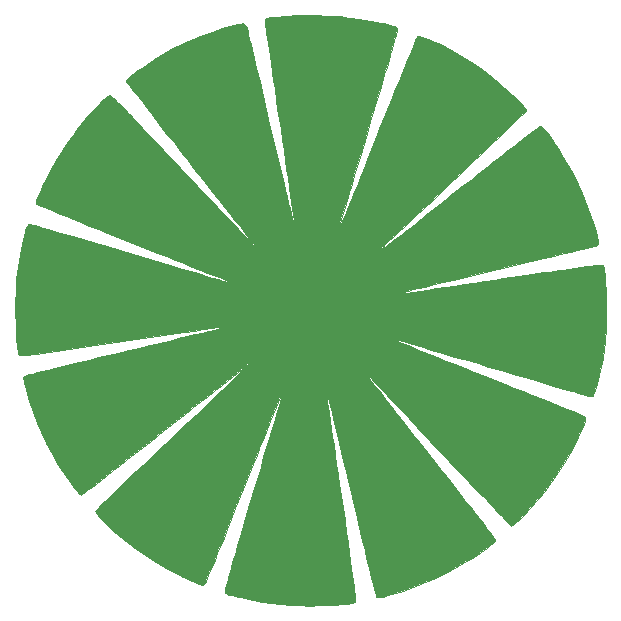
<source format=gbr>
%TF.GenerationSoftware,KiCad,Pcbnew,8.0.4+dfsg-1*%
%TF.CreationDate,2024-08-07T14:19:07+02:00*%
%TF.ProjectId,EMC_antenna,454d435f-616e-4746-956e-6e612e6b6963,rev?*%
%TF.SameCoordinates,Original*%
%TF.FileFunction,Copper,L1,Top*%
%TF.FilePolarity,Positive*%
%FSLAX46Y46*%
G04 Gerber Fmt 4.6, Leading zero omitted, Abs format (unit mm)*
G04 Created by KiCad (PCBNEW 8.0.4+dfsg-1) date 2024-08-07 14:19:07*
%MOMM*%
%LPD*%
G01*
G04 APERTURE LIST*
%TA.AperFunction,EtchedComponent*%
%ADD10C,0.000000*%
%TD*%
%TA.AperFunction,ComponentPad*%
%ADD11C,3.000000*%
%TD*%
%TA.AperFunction,SMDPad,CuDef*%
%ADD12C,3.000000*%
%TD*%
%TA.AperFunction,Profile*%
%ADD13C,0.100000*%
%TD*%
G04 APERTURE END LIST*
D10*
%TA.AperFunction,EtchedComponent*%
%TO.C,AE1*%
G36*
X146559079Y-65164900D02*
G01*
X147110839Y-65171830D01*
X147719939Y-65185930D01*
X148343429Y-65206030D01*
X148938349Y-65230920D01*
X149211669Y-65244800D01*
X149461729Y-65259420D01*
X149683169Y-65274650D01*
X149870609Y-65290330D01*
X151228309Y-65468780D01*
X152637969Y-65729550D01*
X152962009Y-65799920D01*
X153264949Y-65870330D01*
X153541949Y-65939740D01*
X153788119Y-66007120D01*
X153998609Y-66071470D01*
X154168539Y-66131740D01*
X154293059Y-66186930D01*
X154367279Y-66236000D01*
X154415079Y-66303740D01*
X154427629Y-66399560D01*
X154403719Y-66550060D01*
X154342119Y-66781830D01*
X154316199Y-66870350D01*
X154265829Y-67040840D01*
X154192319Y-67288810D01*
X154097029Y-67609770D01*
X153981269Y-67999260D01*
X153846389Y-68452780D01*
X153693709Y-68965850D01*
X153524579Y-69533990D01*
X153340329Y-70152730D01*
X153142299Y-70817570D01*
X152931809Y-71524030D01*
X152710199Y-72267640D01*
X152238969Y-73848360D01*
X151739269Y-75523870D01*
X151487329Y-76369040D01*
X151242679Y-77190740D01*
X151006589Y-77984720D01*
X150780319Y-78746700D01*
X150565119Y-79472430D01*
X150362249Y-80157640D01*
X150172959Y-80798060D01*
X149998519Y-81389420D01*
X149840179Y-81927470D01*
X149699189Y-82407940D01*
X149576809Y-82826560D01*
X149474309Y-83179070D01*
X149392929Y-83461200D01*
X149333929Y-83668690D01*
X149298569Y-83797270D01*
X149288099Y-83842680D01*
X149307849Y-83801390D01*
X149361109Y-83675590D01*
X149446179Y-83469580D01*
X149561309Y-83187660D01*
X149704779Y-82834140D01*
X149874859Y-82413320D01*
X150069819Y-81929500D01*
X150287939Y-81386980D01*
X150527489Y-80790070D01*
X150786729Y-80143070D01*
X151063939Y-79450280D01*
X151357399Y-78716010D01*
X151665359Y-77944560D01*
X151986119Y-77140230D01*
X152317919Y-76307320D01*
X152659059Y-75450140D01*
X153000609Y-74592400D01*
X153333639Y-73757830D01*
X153656369Y-72950810D01*
X153967039Y-72175680D01*
X154263869Y-71436810D01*
X154545089Y-70738550D01*
X154808949Y-70085270D01*
X155053659Y-69481320D01*
X155277469Y-68931060D01*
X155478589Y-68438850D01*
X155655259Y-68009050D01*
X155805709Y-67646010D01*
X155928179Y-67354100D01*
X156020879Y-67137680D01*
X156082059Y-67001100D01*
X156109949Y-66948720D01*
X156183269Y-66925510D01*
X156308609Y-66937080D01*
X156489369Y-66984760D01*
X156728979Y-67069860D01*
X157030829Y-67193680D01*
X157398319Y-67357560D01*
X157834879Y-67562790D01*
X158343889Y-67810690D01*
X159169079Y-68243330D01*
X160002469Y-68729310D01*
X160834949Y-69262020D01*
X161657409Y-69834860D01*
X162460749Y-70441230D01*
X163235869Y-71074510D01*
X163973659Y-71728120D01*
X164665019Y-72395440D01*
X164827809Y-72562490D01*
X164969129Y-72712890D01*
X165088469Y-72846040D01*
X165185349Y-72961300D01*
X165259249Y-73058060D01*
X165309669Y-73135710D01*
X165336119Y-73193600D01*
X165338099Y-73231140D01*
X165301539Y-73272930D01*
X165202869Y-73373120D01*
X165045299Y-73528670D01*
X164832019Y-73736510D01*
X164566239Y-73993580D01*
X164251159Y-74296830D01*
X163889979Y-74643190D01*
X163485909Y-75029620D01*
X163042139Y-75453040D01*
X162561879Y-75910410D01*
X162048319Y-76398660D01*
X161504679Y-76914740D01*
X160934149Y-77455590D01*
X160339929Y-78018140D01*
X159725229Y-78599350D01*
X159093239Y-79196150D01*
X157838089Y-80380980D01*
X156649099Y-81503930D01*
X156087939Y-82034120D01*
X155553569Y-82539160D01*
X155049389Y-83015810D01*
X154578819Y-83460840D01*
X154145269Y-83871020D01*
X153752159Y-84243130D01*
X153402909Y-84573930D01*
X153100919Y-84860200D01*
X152849609Y-85098700D01*
X152652389Y-85286200D01*
X152512679Y-85419480D01*
X152433899Y-85495310D01*
X152424679Y-85511220D01*
X152489069Y-85468710D01*
X152623619Y-85370470D01*
X152824869Y-85219180D01*
X153089359Y-85017540D01*
X153413619Y-84768240D01*
X153794199Y-84473980D01*
X154227629Y-84137430D01*
X154710459Y-83761300D01*
X155239229Y-83348280D01*
X155810469Y-82901050D01*
X156420729Y-82422310D01*
X157066549Y-81914750D01*
X157744459Y-81381060D01*
X158451009Y-80823930D01*
X159182729Y-80246050D01*
X159917609Y-79665840D01*
X160633429Y-79101850D01*
X161326419Y-78557010D01*
X161992789Y-78034240D01*
X162628779Y-77536470D01*
X163230619Y-77066610D01*
X163794539Y-76627590D01*
X164316749Y-76222330D01*
X164793499Y-75853750D01*
X165220999Y-75524770D01*
X165595489Y-75238320D01*
X165913189Y-74997320D01*
X166170329Y-74804700D01*
X166363139Y-74663360D01*
X166487839Y-74576240D01*
X166540669Y-74546260D01*
X166637829Y-74581040D01*
X166768309Y-74685890D01*
X166928489Y-74854940D01*
X167114699Y-75082290D01*
X167323309Y-75362070D01*
X167550679Y-75688400D01*
X167793159Y-76055390D01*
X168047099Y-76457160D01*
X168574809Y-77341530D01*
X169104659Y-78294450D01*
X169607499Y-79268870D01*
X170054179Y-80217740D01*
X170602549Y-81574490D01*
X171060409Y-82919860D01*
X171151479Y-83224390D01*
X171230729Y-83508180D01*
X171296919Y-83767230D01*
X171348819Y-83997530D01*
X171385199Y-84195090D01*
X171404809Y-84355890D01*
X171406439Y-84475930D01*
X171388839Y-84551210D01*
X171310419Y-84628290D01*
X171150279Y-84705120D01*
X171035099Y-84745150D01*
X170894149Y-84787160D01*
X170725629Y-84831840D01*
X170527759Y-84879860D01*
X170102029Y-84979720D01*
X169631839Y-85090270D01*
X169120989Y-85210600D01*
X168573279Y-85339800D01*
X167992529Y-85476980D01*
X167382529Y-85621220D01*
X166747089Y-85771620D01*
X166090009Y-85927270D01*
X163321469Y-86584270D01*
X160511159Y-87252810D01*
X159166449Y-87573280D01*
X157902609Y-87874880D01*
X157310539Y-88016340D01*
X156750089Y-88150370D01*
X156225089Y-88276050D01*
X155739329Y-88392490D01*
X155296619Y-88498770D01*
X154900759Y-88594000D01*
X154555569Y-88677260D01*
X154264829Y-88747640D01*
X154032369Y-88804250D01*
X153861979Y-88846170D01*
X153757459Y-88872500D01*
X153722629Y-88882340D01*
X153771049Y-88877200D01*
X153909569Y-88858600D01*
X154133589Y-88827200D01*
X154438489Y-88783690D01*
X154819639Y-88728730D01*
X155272449Y-88663020D01*
X155792279Y-88587210D01*
X156374529Y-88502000D01*
X157014579Y-88408050D01*
X157707809Y-88306050D01*
X158449609Y-88196660D01*
X159235359Y-88080570D01*
X160060439Y-87958460D01*
X160920249Y-87830990D01*
X161810159Y-87698850D01*
X162725559Y-87562710D01*
X163404709Y-87461690D01*
X164050389Y-87365780D01*
X164663389Y-87274860D01*
X165244509Y-87188840D01*
X165794539Y-87107610D01*
X166314279Y-87031050D01*
X166804529Y-86959060D01*
X167266089Y-86891520D01*
X167699749Y-86828340D01*
X168106309Y-86769400D01*
X168486569Y-86714590D01*
X168841319Y-86663800D01*
X169477489Y-86573870D01*
X170021209Y-86498730D01*
X170478839Y-86437520D01*
X170856759Y-86389370D01*
X171161349Y-86353410D01*
X171398989Y-86328770D01*
X171576059Y-86314580D01*
X171698919Y-86309980D01*
X171773949Y-86314100D01*
X171807539Y-86326060D01*
X171855169Y-86422200D01*
X171899329Y-86601990D01*
X171939759Y-86856370D01*
X171976179Y-87176290D01*
X172008319Y-87552660D01*
X172035909Y-87976430D01*
X172058689Y-88438530D01*
X172076369Y-88929890D01*
X172095379Y-89964130D01*
X172090769Y-91006610D01*
X172078919Y-91508280D01*
X172060359Y-91984820D01*
X172034809Y-92427150D01*
X172001999Y-92826210D01*
X171923239Y-93452470D01*
X171805249Y-94165210D01*
X171659689Y-94914340D01*
X171498199Y-95649750D01*
X171415119Y-95996660D01*
X171332429Y-96321360D01*
X171251589Y-96617580D01*
X171174039Y-96879060D01*
X171101259Y-97099540D01*
X171034689Y-97272760D01*
X170975779Y-97392460D01*
X170926009Y-97452370D01*
X170881119Y-97452340D01*
X170775549Y-97433200D01*
X170607889Y-97394530D01*
X170376689Y-97335930D01*
X170080509Y-97256990D01*
X169717929Y-97157290D01*
X169287499Y-97036410D01*
X168787799Y-96893960D01*
X168217389Y-96729520D01*
X167574839Y-96542670D01*
X166858709Y-96333010D01*
X166067559Y-96100130D01*
X165199969Y-95843600D01*
X164254499Y-95563030D01*
X163229719Y-95258010D01*
X162124179Y-94928110D01*
X161239059Y-94663820D01*
X160378549Y-94407150D01*
X159547119Y-94159420D01*
X158749239Y-93921950D01*
X157989359Y-93696060D01*
X157271949Y-93483060D01*
X156601469Y-93284280D01*
X155982399Y-93101040D01*
X155419199Y-92934660D01*
X154916319Y-92786460D01*
X154478239Y-92657750D01*
X154109419Y-92549870D01*
X153814319Y-92464130D01*
X153597409Y-92401840D01*
X153463149Y-92364340D01*
X153416009Y-92352940D01*
X153457649Y-92372350D01*
X153583879Y-92425270D01*
X153790379Y-92509960D01*
X154072849Y-92624700D01*
X154426979Y-92767760D01*
X154848459Y-92937430D01*
X155332979Y-93131970D01*
X155876239Y-93349660D01*
X156473929Y-93588780D01*
X157121729Y-93847600D01*
X157815339Y-94124390D01*
X158550449Y-94417430D01*
X159322749Y-94725000D01*
X160127939Y-95045360D01*
X160961699Y-95376810D01*
X161819729Y-95717600D01*
X162678299Y-96058820D01*
X163513679Y-96391520D01*
X164321479Y-96713940D01*
X165097359Y-97024300D01*
X165836949Y-97320850D01*
X166535879Y-97601800D01*
X167189799Y-97865400D01*
X167794329Y-98109880D01*
X168345129Y-98333460D01*
X168837809Y-98534390D01*
X169268029Y-98710890D01*
X169631419Y-98861200D01*
X169923609Y-98983550D01*
X170140249Y-99076160D01*
X170276959Y-99137280D01*
X170329389Y-99165140D01*
X170352629Y-99238390D01*
X170341039Y-99363610D01*
X170293309Y-99544200D01*
X170208129Y-99783570D01*
X170084189Y-100085130D01*
X169920159Y-100452270D01*
X169714729Y-100888400D01*
X169466579Y-101396920D01*
X169033519Y-102221320D01*
X168547069Y-103053890D01*
X168013849Y-103885560D01*
X167440449Y-104707230D01*
X166833499Y-105509790D01*
X166199599Y-106284160D01*
X165545359Y-107021230D01*
X164877389Y-107711920D01*
X164710179Y-107874560D01*
X164559629Y-108015740D01*
X164426359Y-108134970D01*
X164310979Y-108231750D01*
X164214119Y-108305580D01*
X164136409Y-108355960D01*
X164078449Y-108382380D01*
X164040879Y-108384360D01*
X163999049Y-108347830D01*
X163898759Y-108249260D01*
X163743059Y-108091830D01*
X163535019Y-107878760D01*
X163277699Y-107613240D01*
X162974159Y-107298470D01*
X162627459Y-106937640D01*
X162240659Y-106533960D01*
X161816819Y-106090620D01*
X161359009Y-105610820D01*
X160870289Y-105097760D01*
X160353709Y-104554640D01*
X159812339Y-103984670D01*
X159249239Y-103391020D01*
X158667469Y-102776920D01*
X158070089Y-102145540D01*
X156884109Y-100891610D01*
X155760069Y-99703770D01*
X155229359Y-99143160D01*
X154723839Y-98609300D01*
X154246729Y-98105610D01*
X153801259Y-97635500D01*
X153390679Y-97202370D01*
X153018209Y-96809640D01*
X152687089Y-96460720D01*
X152400549Y-96159030D01*
X152161819Y-95907960D01*
X151974129Y-95710930D01*
X151840719Y-95571360D01*
X151764819Y-95492650D01*
X151748889Y-95483440D01*
X151791439Y-95547770D01*
X151889779Y-95682190D01*
X152041219Y-95883250D01*
X152243049Y-96147480D01*
X152492589Y-96471420D01*
X152787139Y-96851630D01*
X153124009Y-97284650D01*
X153500509Y-97767010D01*
X153913929Y-98295270D01*
X154361599Y-98865960D01*
X154840799Y-99475630D01*
X155348859Y-100120820D01*
X155883059Y-100798070D01*
X156440729Y-101503930D01*
X157019169Y-102234950D01*
X157599949Y-102969120D01*
X158164479Y-103684250D01*
X158709849Y-104376560D01*
X159233119Y-105042290D01*
X159731379Y-105677670D01*
X160201689Y-106278920D01*
X160641139Y-106842290D01*
X161046789Y-107364000D01*
X161415729Y-107840280D01*
X161745019Y-108267370D01*
X162031749Y-108641500D01*
X162272979Y-108958890D01*
X162465799Y-109215780D01*
X162607269Y-109408400D01*
X162694469Y-109532980D01*
X162724479Y-109585760D01*
X162703949Y-109653540D01*
X162641009Y-109742920D01*
X162538409Y-109852040D01*
X162398869Y-109979030D01*
X162225129Y-110122050D01*
X162019939Y-110279240D01*
X161786019Y-110448740D01*
X161526109Y-110628690D01*
X160939279Y-111012530D01*
X160281319Y-111415910D01*
X159574119Y-111823980D01*
X158839569Y-112221880D01*
X158146749Y-112574940D01*
X157473299Y-112898350D01*
X156816159Y-113193320D01*
X156172259Y-113461090D01*
X154911959Y-113919870D01*
X153667899Y-114284480D01*
X153408539Y-114350260D01*
X153199839Y-114400260D01*
X153035509Y-114435280D01*
X152909259Y-114456140D01*
X152745819Y-114458600D01*
X152659179Y-114414100D01*
X152637919Y-114357970D01*
X152596059Y-114214060D01*
X152534709Y-113986930D01*
X152455009Y-113681120D01*
X152358069Y-113301200D01*
X152245019Y-112851710D01*
X152116959Y-112337200D01*
X151975029Y-111762240D01*
X151820329Y-111131380D01*
X151653999Y-110449160D01*
X151477159Y-109720150D01*
X151290909Y-108948890D01*
X151096389Y-108139940D01*
X150894709Y-107297860D01*
X150686989Y-106427190D01*
X150474359Y-105532490D01*
X150262139Y-104638670D01*
X150055639Y-103770570D01*
X149855949Y-102932650D01*
X149664139Y-102129390D01*
X149481289Y-101365250D01*
X149308469Y-100644700D01*
X149146779Y-99972200D01*
X148997279Y-99352230D01*
X148861049Y-98789250D01*
X148739189Y-98287730D01*
X148632749Y-97852130D01*
X148542829Y-97486920D01*
X148470499Y-97196570D01*
X148416839Y-96985550D01*
X148382929Y-96858320D01*
X148369839Y-96819350D01*
X148374309Y-96872040D01*
X148391869Y-97013750D01*
X148421889Y-97239890D01*
X148463699Y-97545860D01*
X148516649Y-97927080D01*
X148580079Y-98378960D01*
X148653339Y-98896900D01*
X148735779Y-99476310D01*
X148826739Y-100112600D01*
X148925559Y-100801190D01*
X149031589Y-101537470D01*
X149144179Y-102316870D01*
X149262669Y-103134780D01*
X149386409Y-103986630D01*
X149514729Y-104867810D01*
X149646999Y-105773730D01*
X149811679Y-106902510D01*
X149963729Y-107949460D01*
X150103349Y-108915980D01*
X150230729Y-109803480D01*
X150346049Y-110613350D01*
X150449509Y-111347000D01*
X150541299Y-112005830D01*
X150621599Y-112591240D01*
X150690619Y-113104640D01*
X150748529Y-113547420D01*
X150795539Y-113921000D01*
X150831819Y-114226760D01*
X150857579Y-114466130D01*
X150872989Y-114640480D01*
X150878259Y-114751240D01*
X150873579Y-114799800D01*
X150830709Y-114854710D01*
X150755319Y-114900330D01*
X150630189Y-114939100D01*
X150438089Y-114973500D01*
X150311549Y-114989820D01*
X150161799Y-115005970D01*
X149986699Y-115022250D01*
X149784089Y-115038970D01*
X149551819Y-115056440D01*
X149287739Y-115074970D01*
X148989679Y-115094860D01*
X148655509Y-115116430D01*
X147842659Y-115153990D01*
X147017489Y-115164500D01*
X146187979Y-115148500D01*
X145362059Y-115106510D01*
X144547699Y-115039070D01*
X143752839Y-114946710D01*
X142985449Y-114829960D01*
X142253459Y-114689340D01*
X141853639Y-114603640D01*
X141501319Y-114527810D01*
X141193379Y-114461010D01*
X140926709Y-114402410D01*
X140698169Y-114351170D01*
X140504649Y-114306450D01*
X140343019Y-114267410D01*
X140210149Y-114233220D01*
X140018209Y-114176020D01*
X139903859Y-114128160D01*
X139842089Y-114082930D01*
X139807929Y-114033630D01*
X139805709Y-113989320D01*
X139820389Y-113892800D01*
X139852899Y-113740740D01*
X139904209Y-113529820D01*
X139975249Y-113256710D01*
X140066979Y-112918110D01*
X140180339Y-112510670D01*
X140316279Y-112031090D01*
X140475759Y-111476040D01*
X140659719Y-110842190D01*
X140869109Y-110126230D01*
X141104869Y-109324830D01*
X141367969Y-108434670D01*
X141659339Y-107452420D01*
X141815919Y-106925730D01*
X141979929Y-106374770D01*
X142151479Y-105799130D01*
X142330699Y-105198390D01*
X142595039Y-104312190D01*
X142851729Y-103450600D01*
X143099449Y-102618100D01*
X143336879Y-101819160D01*
X143562709Y-101058240D01*
X143775609Y-100339820D01*
X143974269Y-99668370D01*
X144157369Y-99048370D01*
X144323579Y-98484270D01*
X144471589Y-97980570D01*
X144600079Y-97541710D01*
X144707729Y-97172190D01*
X144793219Y-96876470D01*
X144855229Y-96659020D01*
X144892439Y-96524310D01*
X144903539Y-96476810D01*
X144883799Y-96518120D01*
X144830509Y-96643980D01*
X144745419Y-96850080D01*
X144630239Y-97132120D01*
X144486719Y-97485790D01*
X144316569Y-97906790D01*
X144121529Y-98390810D01*
X143903329Y-98933550D01*
X143663689Y-99530710D01*
X143404349Y-100177970D01*
X143127019Y-100871040D01*
X142833449Y-101605610D01*
X142525359Y-102377380D01*
X142204479Y-103182040D01*
X141872529Y-104015290D01*
X141531259Y-104872820D01*
X141111859Y-105926140D01*
X140721009Y-106905600D01*
X140358339Y-107812120D01*
X140023479Y-108646580D01*
X139716049Y-109409890D01*
X139435689Y-110102960D01*
X139182029Y-110726690D01*
X138954689Y-111281970D01*
X138753309Y-111769710D01*
X138577509Y-112190820D01*
X138426919Y-112546190D01*
X138301169Y-112836720D01*
X138199899Y-113063330D01*
X138122719Y-113226900D01*
X138069279Y-113328350D01*
X138039189Y-113368570D01*
X137929789Y-113388760D01*
X137747689Y-113354680D01*
X137619859Y-113314630D01*
X137462429Y-113257800D01*
X137271589Y-113183140D01*
X137043539Y-113089580D01*
X136278939Y-112747930D01*
X135488179Y-112351200D01*
X134682349Y-111906290D01*
X133872509Y-111420140D01*
X133069759Y-110899640D01*
X132285159Y-110351720D01*
X131529799Y-109783300D01*
X130814759Y-109201280D01*
X130096079Y-108555970D01*
X129457099Y-107921650D01*
X129200889Y-107643660D01*
X129004669Y-107410480D01*
X128933229Y-107315070D01*
X128881799Y-107236120D01*
X128852049Y-107175370D01*
X128845649Y-107134590D01*
X128882209Y-107088780D01*
X128984289Y-106981430D01*
X129148509Y-106815750D01*
X129371519Y-106595000D01*
X129649939Y-106322410D01*
X129980409Y-106001200D01*
X130359579Y-105634610D01*
X130784059Y-105225880D01*
X131250509Y-104778240D01*
X131755539Y-104294930D01*
X132295809Y-103779170D01*
X132867949Y-103234200D01*
X133468589Y-102663260D01*
X134094359Y-102069580D01*
X134741909Y-101456390D01*
X135407859Y-100826930D01*
X136074389Y-100197440D01*
X136723599Y-99584160D01*
X137352089Y-98990320D01*
X137956419Y-98419170D01*
X138533189Y-97873940D01*
X139078959Y-97357870D01*
X139590319Y-96874190D01*
X140063849Y-96426150D01*
X140496129Y-96016970D01*
X140883739Y-95649910D01*
X141223239Y-95328180D01*
X141511239Y-95055040D01*
X141744299Y-94833720D01*
X141918999Y-94667450D01*
X142031929Y-94559470D01*
X142079659Y-94513030D01*
X142056089Y-94528170D01*
X141959829Y-94600890D01*
X141794489Y-94728360D01*
X141563709Y-94907710D01*
X141271099Y-95136110D01*
X140920299Y-95410700D01*
X140514929Y-95728620D01*
X140058599Y-96087040D01*
X139554959Y-96483100D01*
X139007619Y-96913960D01*
X138420209Y-97376760D01*
X137796349Y-97868660D01*
X137139669Y-98386800D01*
X136453789Y-98928350D01*
X135742349Y-99490440D01*
X135008949Y-100070230D01*
X134274079Y-100650770D01*
X133558279Y-101215080D01*
X132865329Y-101760230D01*
X132198999Y-102283300D01*
X131563069Y-102781360D01*
X130961299Y-103251480D01*
X130397459Y-103690760D01*
X129875329Y-104096250D01*
X129398689Y-104465040D01*
X128971289Y-104794200D01*
X128596919Y-105080810D01*
X128279339Y-105321950D01*
X128022329Y-105514690D01*
X127829649Y-105656100D01*
X127705089Y-105743270D01*
X127652399Y-105773270D01*
X127587929Y-105748900D01*
X127495449Y-105675930D01*
X127378039Y-105558740D01*
X127238799Y-105401710D01*
X127080819Y-105209220D01*
X126907199Y-104985650D01*
X126721029Y-104735390D01*
X126525399Y-104462800D01*
X125710199Y-103236910D01*
X124991157Y-102004418D01*
G75*
G02*
X122868934Y-96421174I21297343J11290218D01*
G01*
X122866169Y-96410060D01*
X122821709Y-96219580D01*
X122790889Y-96069090D01*
X122773069Y-95952880D01*
X122773789Y-95800560D01*
X122818669Y-95717040D01*
X122874779Y-95695870D01*
X123018759Y-95654110D01*
X123246049Y-95592900D01*
X123552099Y-95513340D01*
X123932329Y-95416550D01*
X124382199Y-95303660D01*
X124897149Y-95175780D01*
X125472619Y-95034030D01*
X126104049Y-94879530D01*
X126786889Y-94713400D01*
X127516579Y-94536760D01*
X128288559Y-94350720D01*
X129098269Y-94156410D01*
X129941149Y-93954940D01*
X130812649Y-93747430D01*
X131708209Y-93535010D01*
X132602899Y-93322990D01*
X133471839Y-93116700D01*
X134310559Y-92917200D01*
X135114579Y-92725560D01*
X135879449Y-92542880D01*
X136600669Y-92370230D01*
X137273799Y-92208680D01*
X137894349Y-92059320D01*
X138457839Y-91923220D01*
X138959819Y-91801460D01*
X139395809Y-91695120D01*
X139761339Y-91605270D01*
X140051929Y-91533000D01*
X140263119Y-91479380D01*
X140390429Y-91445490D01*
X140429399Y-91432400D01*
X140402259Y-91433110D01*
X140335629Y-91439690D01*
X140231549Y-91451850D01*
X140092099Y-91469310D01*
X139919329Y-91491780D01*
X139715299Y-91518970D01*
X139482079Y-91550610D01*
X139221719Y-91586410D01*
X138627849Y-91669340D01*
X137950179Y-91765480D01*
X137205189Y-91872550D01*
X136409369Y-91988280D01*
X128832059Y-93093680D01*
X123845519Y-93819510D01*
X123461339Y-93874480D01*
X123151369Y-93916110D01*
X122907289Y-93944980D01*
X122720739Y-93961650D01*
X122583389Y-93966670D01*
X122486889Y-93960610D01*
X122422899Y-93944020D01*
X122383079Y-93917470D01*
X122335419Y-93822750D01*
X122291239Y-93645840D01*
X122250809Y-93395580D01*
X122214399Y-93080830D01*
X122182279Y-92710430D01*
X122154719Y-92293220D01*
X122131979Y-91838060D01*
X122114329Y-91353790D01*
X122095379Y-90333310D01*
X122100009Y-89302550D01*
X122111829Y-88805440D01*
X122130359Y-88332300D01*
X122155849Y-87891980D01*
X122188569Y-87493320D01*
X122385429Y-86002490D01*
X122660269Y-84538050D01*
X122733699Y-84210590D01*
X122807019Y-83907810D01*
X122879249Y-83634310D01*
X122949369Y-83394690D01*
X123016409Y-83193560D01*
X123079349Y-83035520D01*
X123137219Y-82925170D01*
X123188999Y-82867120D01*
X123233759Y-82866930D01*
X123338759Y-82885700D01*
X123505599Y-82923880D01*
X123735859Y-82981930D01*
X124031139Y-83060300D01*
X124393029Y-83159450D01*
X124823129Y-83279840D01*
X125323039Y-83421920D01*
X125894339Y-83586140D01*
X126538619Y-83772970D01*
X127257489Y-83982860D01*
X128052539Y-84216260D01*
X128925359Y-84473630D01*
X129877539Y-84755430D01*
X130910679Y-85062100D01*
X132026379Y-85394120D01*
X132915089Y-85658720D01*
X133779119Y-85915670D01*
X134613989Y-86163640D01*
X135415199Y-86401320D01*
X136178269Y-86627380D01*
X136898729Y-86840490D01*
X137572079Y-87039350D01*
X138193849Y-87222630D01*
X138759539Y-87389020D01*
X139264669Y-87537180D01*
X139704769Y-87665800D01*
X140075329Y-87773560D01*
X140371889Y-87859140D01*
X140589959Y-87921220D01*
X140725049Y-87958470D01*
X140772669Y-87969590D01*
X140731339Y-87949870D01*
X140605409Y-87896660D01*
X140399199Y-87811680D01*
X140116999Y-87696670D01*
X139763129Y-87553340D01*
X139341899Y-87383430D01*
X138857609Y-87188650D01*
X138314559Y-86970750D01*
X137717069Y-86731440D01*
X137069439Y-86472450D01*
X136375979Y-86195510D01*
X135640999Y-85902340D01*
X134868799Y-85594670D01*
X134063679Y-85274230D01*
X133229969Y-84942740D01*
X132371959Y-84601930D01*
X131513369Y-84260700D01*
X130677979Y-83927980D01*
X129870139Y-83605520D01*
X129094219Y-83295110D01*
X128354579Y-82998500D01*
X127655579Y-82717470D01*
X127001599Y-82453780D01*
X126396979Y-82209210D01*
X125846099Y-81985520D01*
X125353309Y-81784470D01*
X124922989Y-81607850D01*
X124559489Y-81457410D01*
X124267189Y-81334920D01*
X124050429Y-81242160D01*
X123913589Y-81180890D01*
X123861029Y-81152880D01*
X123834159Y-81094330D01*
X123832769Y-81004400D01*
X123860599Y-80873080D01*
X123921339Y-80690320D01*
X124018699Y-80446110D01*
X124156409Y-80130430D01*
X124241559Y-79942650D01*
X124338179Y-79733240D01*
X124446739Y-79500950D01*
X124567709Y-79244520D01*
X124989179Y-78401930D01*
X125452219Y-77579790D01*
X125713479Y-77152630D01*
X126002119Y-76702080D01*
X126323799Y-76218620D01*
X126684179Y-75692770D01*
X127015619Y-75222850D01*
X127333179Y-74789810D01*
X127642679Y-74386610D01*
X127949959Y-74006220D01*
X128581189Y-73285750D01*
X129273539Y-72572170D01*
X129452559Y-72397720D01*
X129604889Y-72254500D01*
X129733059Y-72140570D01*
X129839589Y-72054030D01*
X129927029Y-71992930D01*
X129997879Y-71955360D01*
X130054689Y-71939390D01*
X130099979Y-71943090D01*
X130142919Y-71961880D01*
X130200269Y-71999010D01*
X130279619Y-72062360D01*
X130388559Y-72159770D01*
X130534669Y-72299110D01*
X130725539Y-72488230D01*
X130968759Y-72734990D01*
X131271909Y-73047260D01*
X131448339Y-73230410D01*
X131642589Y-73432880D01*
X131855619Y-73655660D01*
X132088379Y-73899730D01*
X132341809Y-74166060D01*
X132616859Y-74455650D01*
X132914489Y-74769470D01*
X133235629Y-75108500D01*
X133581249Y-75473730D01*
X133952279Y-75866150D01*
X134349669Y-76286720D01*
X134774379Y-76736440D01*
X135227349Y-77216290D01*
X135709529Y-77727250D01*
X136221869Y-78270300D01*
X136765319Y-78846420D01*
X137848459Y-79994330D01*
X138873919Y-81080260D01*
X139357679Y-81592210D01*
X139818189Y-82079360D01*
X140252529Y-82538590D01*
X140657749Y-82966800D01*
X141030919Y-83360880D01*
X141369089Y-83717730D01*
X141669329Y-84034240D01*
X141928689Y-84307310D01*
X142144239Y-84533830D01*
X142313029Y-84710700D01*
X142432129Y-84834810D01*
X142498599Y-84903060D01*
X142507709Y-84904520D01*
X142458499Y-84832640D01*
X142353709Y-84690930D01*
X142196059Y-84482890D01*
X141988279Y-84212000D01*
X141733099Y-83881770D01*
X141433259Y-83495700D01*
X141091479Y-83057260D01*
X140710489Y-82569970D01*
X140293019Y-82037320D01*
X139841799Y-81462810D01*
X139359549Y-80849920D01*
X138849019Y-80202160D01*
X138312919Y-79523020D01*
X137753989Y-78815990D01*
X137174959Y-78084580D01*
X136593929Y-77350420D01*
X136029159Y-76635310D01*
X135483559Y-75943040D01*
X134960059Y-75277350D01*
X134461589Y-74642040D01*
X133991069Y-74040850D01*
X133551439Y-73477560D01*
X133145609Y-72955940D01*
X132776509Y-72479750D01*
X132447079Y-72052770D01*
X132160229Y-71678760D01*
X131918889Y-71361490D01*
X131725999Y-71104730D01*
X131584459Y-70912240D01*
X131497219Y-70787790D01*
X131467199Y-70735160D01*
X131491589Y-70670750D01*
X131564629Y-70578360D01*
X131681929Y-70461060D01*
X131839119Y-70321960D01*
X132031789Y-70164130D01*
X132255579Y-69990680D01*
X132506089Y-69804690D01*
X132778939Y-69609250D01*
X134006019Y-68794830D01*
X135239709Y-68076500D01*
X135632349Y-67876790D01*
X136061109Y-67672730D01*
X136518189Y-67467050D01*
X136995759Y-67262470D01*
X137981159Y-66867610D01*
X138954809Y-66510020D01*
X139417689Y-66352050D01*
X139854199Y-66211610D01*
X140256519Y-66091430D01*
X140616829Y-65994260D01*
X140927339Y-65922820D01*
X141180219Y-65879860D01*
X141367659Y-65868100D01*
X141481849Y-65890290D01*
X141558999Y-65968640D01*
X141635909Y-66128630D01*
X141675979Y-66243690D01*
X141718029Y-66384510D01*
X141762749Y-66552860D01*
X141810819Y-66750540D01*
X141910869Y-67176270D01*
X142021609Y-67646380D01*
X142142129Y-68157050D01*
X142271529Y-68704490D01*
X142408889Y-69284900D01*
X142553309Y-69894490D01*
X142703889Y-70529450D01*
X142859719Y-71185990D01*
X143517379Y-73951940D01*
X144186489Y-76759210D01*
X144507209Y-78102370D01*
X144809049Y-79364700D01*
X144950609Y-79956060D01*
X145084729Y-80515810D01*
X145210509Y-81040150D01*
X145327029Y-81525300D01*
X145433379Y-81967440D01*
X145528669Y-82362790D01*
X145611989Y-82707540D01*
X145682419Y-82997890D01*
X145739059Y-83230050D01*
X145781009Y-83400210D01*
X145807359Y-83504580D01*
X145817199Y-83539360D01*
X145812309Y-83492530D01*
X145794399Y-83358650D01*
X145764129Y-83142180D01*
X145722159Y-82847590D01*
X145669129Y-82479330D01*
X145605699Y-82041860D01*
X145532519Y-81539640D01*
X145450249Y-80977140D01*
X145359539Y-80358800D01*
X145261029Y-79689080D01*
X145155399Y-78972460D01*
X145043279Y-78213380D01*
X144925339Y-77416310D01*
X144802219Y-76585700D01*
X144674579Y-75726020D01*
X144543069Y-74841720D01*
X144411229Y-73955900D01*
X144282649Y-73091730D01*
X144157999Y-72253840D01*
X144037959Y-71446840D01*
X143923229Y-70675320D01*
X143814479Y-69943910D01*
X143712399Y-69257220D01*
X143617679Y-68619840D01*
X143530999Y-68036400D01*
X143453049Y-67511510D01*
X143384509Y-67049770D01*
X143326059Y-66655790D01*
X143278399Y-66334190D01*
X143242209Y-66089570D01*
X143218159Y-65926550D01*
X143206949Y-65849730D01*
X143193659Y-65707800D01*
X143198199Y-65595200D01*
X143220619Y-65511610D01*
X143260969Y-65456710D01*
X143328059Y-65429680D01*
X143466519Y-65400410D01*
X143676389Y-65368890D01*
X143957759Y-65335120D01*
X144310689Y-65299090D01*
X144735229Y-65260790D01*
X145231469Y-65220210D01*
X145799459Y-65177360D01*
X145932949Y-65170580D01*
X146107629Y-65166350D01*
X146318129Y-65164500D01*
X146559079Y-65164900D01*
G37*
%TD.AperFunction*%
%TD*%
D11*
%TO.P,AE1,*%
%TO.N,*%
X147095379Y-90164500D03*
D12*
%TO.P,AE1,1,A*%
%TO.N,unconnected-(AE1-A-Pad1)*%
X147095379Y-90164500D03*
%TD*%
D13*
%TO.C,AE1*%
X122095379Y-90333310D02*
X122114329Y-91353790D01*
X122100009Y-89302550D02*
X122095379Y-90333310D01*
X122111829Y-88805440D02*
X122100009Y-89302550D01*
X122114329Y-91353790D02*
X122131979Y-91838060D01*
X122130359Y-88332300D02*
X122111829Y-88805440D01*
X122131979Y-91838060D02*
X122154719Y-92293220D01*
X122154719Y-92293220D02*
X122182279Y-92710430D01*
X122155849Y-87891980D02*
X122130359Y-88332300D01*
X122182279Y-92710430D02*
X122214399Y-93080830D01*
X122188569Y-87493320D02*
X122155849Y-87891980D01*
X122214399Y-93080830D02*
X122250809Y-93395580D01*
X122250809Y-93395580D02*
X122291239Y-93645840D01*
X122291239Y-93645840D02*
X122335419Y-93822750D01*
X122335419Y-93822750D02*
X122383079Y-93917470D01*
X122383079Y-93917470D02*
X122422899Y-93944020D01*
X122385429Y-86002490D02*
X122188569Y-87493320D01*
X122422899Y-93944020D02*
X122486889Y-93960610D01*
X122486889Y-93960610D02*
X122583389Y-93966670D01*
X122583389Y-93966670D02*
X122720739Y-93961650D01*
X122660269Y-84538050D02*
X122385429Y-86002490D01*
X122720739Y-93961650D02*
X122907289Y-93944980D01*
X122733699Y-84210590D02*
X122660269Y-84538050D01*
X122773069Y-95952880D02*
X122790889Y-96069090D01*
X122773789Y-95800560D02*
X122773069Y-95952880D01*
X122790889Y-96069090D02*
X122821709Y-96219580D01*
X122807019Y-83907810D02*
X122733699Y-84210590D01*
X122818669Y-95717040D02*
X122773789Y-95800560D01*
X122821709Y-96219580D02*
X122866169Y-96410060D01*
X122866169Y-96410060D02*
X122868866Y-96420901D01*
X122868056Y-96417643D02*
X122988694Y-96902205D01*
X122868866Y-96420901D02*
X122924919Y-96646200D01*
X122874779Y-95695870D02*
X122818669Y-95717040D01*
X122879249Y-83634310D02*
X122807019Y-83907810D01*
X122907289Y-93944980D02*
X123151369Y-93916110D01*
X122924919Y-96646200D02*
X122868056Y-96417643D01*
X122949369Y-83394690D02*
X122879249Y-83634310D01*
X122988694Y-96902205D02*
X123264986Y-97861919D01*
X123016409Y-83193560D02*
X122949369Y-83394690D01*
X123018759Y-95654110D02*
X122874779Y-95695870D01*
X123079349Y-83035520D02*
X123016409Y-83193560D01*
X123137219Y-82925170D02*
X123079349Y-83035520D01*
X123151369Y-93916110D02*
X123461339Y-93874480D01*
X123188999Y-82867120D02*
X123137219Y-82925170D01*
X123233759Y-82866930D02*
X123188999Y-82867120D01*
X123246049Y-95592900D02*
X123018759Y-95654110D01*
X123264986Y-97861919D02*
X123580788Y-98809367D01*
X123338759Y-82885700D02*
X123233759Y-82866930D01*
X123461339Y-93874480D02*
X123845519Y-93819510D01*
X123505599Y-82923880D02*
X123338759Y-82885700D01*
X123552099Y-95513340D02*
X123246049Y-95592900D01*
X123580788Y-98809367D02*
X123935558Y-99742923D01*
X123735859Y-82981930D02*
X123505599Y-82923880D01*
X123832769Y-81004400D02*
X123834159Y-81094330D01*
X123834159Y-81094330D02*
X123861029Y-81152880D01*
X123845519Y-93819510D02*
X128832059Y-93093680D01*
X123860599Y-80873080D02*
X123832769Y-81004400D01*
X123861029Y-81152880D02*
X123913589Y-81180890D01*
X123913589Y-81180890D02*
X124050429Y-81242160D01*
X123921339Y-80690320D02*
X123860599Y-80873080D01*
X123932329Y-95416550D02*
X123552099Y-95513340D01*
X123935558Y-99742923D02*
X124328687Y-100660985D01*
X124018699Y-80446110D02*
X123921339Y-80690320D01*
X124031139Y-83060300D02*
X123735859Y-82981930D01*
X124050429Y-81242160D02*
X124267189Y-81334920D01*
X124156409Y-80130430D02*
X124018699Y-80446110D01*
X124241559Y-79942650D02*
X124156409Y-80130430D01*
X124267189Y-81334920D02*
X124559489Y-81457410D01*
X124328687Y-100660985D02*
X124759501Y-101561977D01*
X124338179Y-79733240D02*
X124241559Y-79942650D01*
X124382199Y-95303660D02*
X123932329Y-95416550D01*
X124393029Y-83159450D02*
X124031139Y-83060300D01*
X124446739Y-79500950D02*
X124338179Y-79733240D01*
X124559489Y-81457410D02*
X124922989Y-81607850D01*
X124567709Y-79244520D02*
X124446739Y-79500950D01*
X124759501Y-101561977D02*
X124991125Y-102004362D01*
X124823129Y-83279840D02*
X124393029Y-83159450D01*
X124897149Y-95175780D02*
X124382199Y-95303660D01*
X124922989Y-81607850D02*
X125353309Y-81784470D01*
X124989179Y-78401930D02*
X124567709Y-79244520D01*
X124991125Y-102004362D02*
X125710199Y-103236910D01*
X125323039Y-83421920D02*
X124823129Y-83279840D01*
X125353309Y-81784470D02*
X125846099Y-81985520D01*
X125452219Y-77579790D02*
X124989179Y-78401930D01*
X125472619Y-95034030D02*
X124897149Y-95175780D01*
X125710199Y-103236910D02*
X126525399Y-104462800D01*
X125713479Y-77152630D02*
X125452219Y-77579790D01*
X125846099Y-81985520D02*
X126396979Y-82209210D01*
X125894339Y-83586140D02*
X125323039Y-83421920D01*
X126002119Y-76702080D02*
X125713479Y-77152630D01*
X126104049Y-94879530D02*
X125472619Y-95034030D01*
X126323799Y-76218620D02*
X126002119Y-76702080D01*
X126396979Y-82209210D02*
X127001599Y-82453780D01*
X126525399Y-104462800D02*
X126721029Y-104735390D01*
X126538619Y-83772970D02*
X125894339Y-83586140D01*
X126684179Y-75692770D02*
X126323799Y-76218620D01*
X126721029Y-104735390D02*
X126907199Y-104985650D01*
X126786889Y-94713400D02*
X126104049Y-94879530D01*
X126907199Y-104985650D02*
X127080819Y-105209220D01*
X127001599Y-82453780D02*
X127655579Y-82717470D01*
X127015619Y-75222850D02*
X126684179Y-75692770D01*
X127080819Y-105209220D02*
X127238799Y-105401710D01*
X127238799Y-105401710D02*
X127378039Y-105558740D01*
X127257489Y-83982860D02*
X126538619Y-83772970D01*
X127333179Y-74789810D02*
X127015619Y-75222850D01*
X127378039Y-105558740D02*
X127495449Y-105675930D01*
X127495449Y-105675930D02*
X127587929Y-105748900D01*
X127516579Y-94536760D02*
X126786889Y-94713400D01*
X127587929Y-105748900D02*
X127652399Y-105773270D01*
X127642679Y-74386610D02*
X127333179Y-74789810D01*
X127652399Y-105773270D02*
X127705089Y-105743270D01*
X127655579Y-82717470D02*
X128354579Y-82998500D01*
X127705089Y-105743270D02*
X127829649Y-105656100D01*
X127829649Y-105656100D02*
X128022329Y-105514690D01*
X127949959Y-74006220D02*
X127642679Y-74386610D01*
X128022329Y-105514690D02*
X128279339Y-105321950D01*
X128052539Y-84216260D02*
X127257489Y-83982860D01*
X128279339Y-105321950D02*
X128596919Y-105080810D01*
X128288559Y-94350720D02*
X127516579Y-94536760D01*
X128354579Y-82998500D02*
X129094219Y-83295110D01*
X128581189Y-73285750D02*
X127949959Y-74006220D01*
X128596919Y-105080810D02*
X128971289Y-104794200D01*
X128832059Y-93093680D02*
X136409369Y-91988280D01*
X128845649Y-107134590D02*
X128852049Y-107175370D01*
X128852049Y-107175370D02*
X128881799Y-107236120D01*
X128881799Y-107236120D02*
X128933229Y-107315070D01*
X128882209Y-107088780D02*
X128845649Y-107134590D01*
X128925359Y-84473630D02*
X128052539Y-84216260D01*
X128933229Y-107315070D02*
X129004669Y-107410480D01*
X128971289Y-104794200D02*
X129398689Y-104465040D01*
X128984289Y-106981430D02*
X128882209Y-107088780D01*
X129004669Y-107410480D02*
X129200889Y-107643660D01*
X129094219Y-83295110D02*
X129870139Y-83605520D01*
X129098269Y-94156410D02*
X128288559Y-94350720D01*
X129148509Y-106815750D02*
X128984289Y-106981430D01*
X129200889Y-107643660D02*
X129457099Y-107921650D01*
X129273539Y-72572170D02*
X128581189Y-73285750D01*
X129371519Y-106595000D02*
X129148509Y-106815750D01*
X129398689Y-104465040D02*
X129875329Y-104096250D01*
X129452559Y-72397720D02*
X129273539Y-72572170D01*
X129457099Y-107921650D02*
X130096079Y-108555970D01*
X129604889Y-72254500D02*
X129452559Y-72397720D01*
X129649939Y-106322410D02*
X129371519Y-106595000D01*
X129733059Y-72140570D02*
X129604889Y-72254500D01*
X129839589Y-72054030D02*
X129733059Y-72140570D01*
X129870139Y-83605520D02*
X130677979Y-83927980D01*
X129875329Y-104096250D02*
X130397459Y-103690760D01*
X129877539Y-84755430D02*
X128925359Y-84473630D01*
X129927029Y-71992930D02*
X129839589Y-72054030D01*
X129941149Y-93954940D02*
X129098269Y-94156410D01*
X129980409Y-106001200D02*
X129649939Y-106322410D01*
X129997879Y-71955360D02*
X129927029Y-71992930D01*
X130054689Y-71939390D02*
X129997879Y-71955360D01*
X130096079Y-108555970D02*
X130814759Y-109201280D01*
X130099979Y-71943090D02*
X130054689Y-71939390D01*
X130142919Y-71961880D02*
X130099979Y-71943090D01*
X130200269Y-71999010D02*
X130142919Y-71961880D01*
X130279619Y-72062360D02*
X130200269Y-71999010D01*
X130359579Y-105634610D02*
X129980409Y-106001200D01*
X130388559Y-72159770D02*
X130279619Y-72062360D01*
X130397459Y-103690760D02*
X130961299Y-103251480D01*
X130534669Y-72299110D02*
X130388559Y-72159770D01*
X130677979Y-83927980D02*
X131513369Y-84260700D01*
X130725539Y-72488230D02*
X130534669Y-72299110D01*
X130784059Y-105225880D02*
X130359579Y-105634610D01*
X130812649Y-93747430D02*
X129941149Y-93954940D01*
X130814759Y-109201280D02*
X131529799Y-109783300D01*
X130910679Y-85062100D02*
X129877539Y-84755430D01*
X130961299Y-103251480D02*
X131563069Y-102781360D01*
X130968759Y-72734990D02*
X130725539Y-72488230D01*
X131250509Y-104778240D02*
X130784059Y-105225880D01*
X131271909Y-73047260D02*
X130968759Y-72734990D01*
X131448339Y-73230410D02*
X131271909Y-73047260D01*
X131467199Y-70735160D02*
X131497219Y-70787790D01*
X131491589Y-70670750D02*
X131467199Y-70735160D01*
X131497219Y-70787790D02*
X131584459Y-70912240D01*
X131513369Y-84260700D02*
X132371959Y-84601930D01*
X131529799Y-109783300D02*
X132285159Y-110351720D01*
X131563069Y-102781360D02*
X132198999Y-102283300D01*
X131564629Y-70578360D02*
X131491589Y-70670750D01*
X131584459Y-70912240D02*
X131725999Y-71104730D01*
X131642589Y-73432880D02*
X131448339Y-73230410D01*
X131681929Y-70461060D02*
X131564629Y-70578360D01*
X131708209Y-93535010D02*
X130812649Y-93747430D01*
X131725999Y-71104730D02*
X131918889Y-71361490D01*
X131755539Y-104294930D02*
X131250509Y-104778240D01*
X131839119Y-70321960D02*
X131681929Y-70461060D01*
X131855619Y-73655660D02*
X131642589Y-73432880D01*
X131918889Y-71361490D02*
X132160229Y-71678760D01*
X132026379Y-85394120D02*
X130910679Y-85062100D01*
X132031789Y-70164130D02*
X131839119Y-70321960D01*
X132088379Y-73899730D02*
X131855619Y-73655660D01*
X132160229Y-71678760D02*
X132447079Y-72052770D01*
X132198999Y-102283300D02*
X132865329Y-101760230D01*
X132255579Y-69990680D02*
X132031789Y-70164130D01*
X132285159Y-110351720D02*
X133069759Y-110899640D01*
X132295809Y-103779170D02*
X131755539Y-104294930D01*
X132341809Y-74166060D02*
X132088379Y-73899730D01*
X132371959Y-84601930D02*
X133229969Y-84942740D01*
X132447079Y-72052770D02*
X132776509Y-72479750D01*
X132506089Y-69804690D02*
X132255579Y-69990680D01*
X132602899Y-93322990D02*
X131708209Y-93535010D01*
X132616859Y-74455650D02*
X132341809Y-74166060D01*
X132776509Y-72479750D02*
X133145609Y-72955940D01*
X132778939Y-69609250D02*
X132506089Y-69804690D01*
X132865329Y-101760230D02*
X133558279Y-101215080D01*
X132867949Y-103234200D02*
X132295809Y-103779170D01*
X132914489Y-74769470D02*
X132616859Y-74455650D01*
X132915089Y-85658720D02*
X132026379Y-85394120D01*
X133069759Y-110899640D02*
X133872509Y-111420140D01*
X133145609Y-72955940D02*
X133551439Y-73477560D01*
X133229969Y-84942740D02*
X134063679Y-85274230D01*
X133235629Y-75108500D02*
X132914489Y-74769470D01*
X133468589Y-102663260D02*
X132867949Y-103234200D01*
X133471839Y-93116700D02*
X132602899Y-93322990D01*
X133551439Y-73477560D02*
X133991069Y-74040850D01*
X133558279Y-101215080D02*
X134274079Y-100650770D01*
X133581249Y-75473730D02*
X133235629Y-75108500D01*
X133779119Y-85915670D02*
X132915089Y-85658720D01*
X133872509Y-111420140D02*
X134682349Y-111906290D01*
X133952279Y-75866150D02*
X133581249Y-75473730D01*
X133991069Y-74040850D02*
X134461589Y-74642040D01*
X134006019Y-68794830D02*
X132778939Y-69609250D01*
X134063679Y-85274230D02*
X134868799Y-85594670D01*
X134094359Y-102069580D02*
X133468589Y-102663260D01*
X134274079Y-100650770D02*
X135008949Y-100070230D01*
X134310559Y-92917200D02*
X133471839Y-93116700D01*
X134349669Y-76286720D02*
X133952279Y-75866150D01*
X134461589Y-74642040D02*
X134960059Y-75277350D01*
X134613989Y-86163640D02*
X133779119Y-85915670D01*
X134682349Y-111906290D02*
X135488179Y-112351200D01*
X134741909Y-101456390D02*
X134094359Y-102069580D01*
X134774379Y-76736440D02*
X134349669Y-76286720D01*
X134868799Y-85594670D02*
X135640999Y-85902340D01*
X134960059Y-75277350D02*
X135483559Y-75943040D01*
X135008949Y-100070230D02*
X135742349Y-99490440D01*
X135114579Y-92725560D02*
X134310559Y-92917200D01*
X135227349Y-77216290D02*
X134774379Y-76736440D01*
X135239709Y-68076500D02*
X134006019Y-68794830D01*
X135407859Y-100826930D02*
X134741909Y-101456390D01*
X135415199Y-86401320D02*
X134613989Y-86163640D01*
X135483559Y-75943040D02*
X136029159Y-76635310D01*
X135488179Y-112351200D02*
X136278939Y-112747930D01*
X135632349Y-67876790D02*
X135239709Y-68076500D01*
X135640999Y-85902340D02*
X136375979Y-86195510D01*
X135709529Y-77727250D02*
X135227349Y-77216290D01*
X135742349Y-99490440D02*
X136453789Y-98928350D01*
X135879449Y-92542880D02*
X135114579Y-92725560D01*
X136029159Y-76635310D02*
X136593929Y-77350420D01*
X136061109Y-67672730D02*
X135632349Y-67876790D01*
X136074389Y-100197440D02*
X135407859Y-100826930D01*
X136178269Y-86627380D02*
X135415199Y-86401320D01*
X136221869Y-78270300D02*
X135709529Y-77727250D01*
X136278939Y-112747930D02*
X137043539Y-113089580D01*
X136375979Y-86195510D02*
X137069439Y-86472450D01*
X136409369Y-91988280D02*
X137205189Y-91872550D01*
X136453789Y-98928350D02*
X137139669Y-98386800D01*
X136518189Y-67467050D02*
X136061109Y-67672730D01*
X136593929Y-77350420D02*
X137174959Y-78084580D01*
X136600669Y-92370230D02*
X135879449Y-92542880D01*
X136723599Y-99584160D02*
X136074389Y-100197440D01*
X136765319Y-78846420D02*
X136221869Y-78270300D01*
X136898729Y-86840490D02*
X136178269Y-86627380D01*
X136995759Y-67262470D02*
X136518189Y-67467050D01*
X137043539Y-113089580D02*
X137271589Y-113183140D01*
X137069439Y-86472450D02*
X137717069Y-86731440D01*
X137139669Y-98386800D02*
X137796349Y-97868660D01*
X137174959Y-78084580D02*
X137753989Y-78815990D01*
X137205189Y-91872550D02*
X137950179Y-91765480D01*
X137271589Y-113183140D02*
X137462429Y-113257800D01*
X137273799Y-92208680D02*
X136600669Y-92370230D01*
X137352089Y-98990320D02*
X136723599Y-99584160D01*
X137462429Y-113257800D02*
X137619859Y-113314630D01*
X137572079Y-87039350D02*
X136898729Y-86840490D01*
X137619859Y-113314630D02*
X137747689Y-113354680D01*
X137717069Y-86731440D02*
X138314559Y-86970750D01*
X137747689Y-113354680D02*
X137929789Y-113388760D01*
X137753989Y-78815990D02*
X138312919Y-79523020D01*
X137796349Y-97868660D02*
X138420209Y-97376760D01*
X137848459Y-79994330D02*
X136765319Y-78846420D01*
X137894349Y-92059320D02*
X137273799Y-92208680D01*
X137929789Y-113388760D02*
X138039189Y-113368570D01*
X137950179Y-91765480D02*
X138627849Y-91669340D01*
X137956419Y-98419170D02*
X137352089Y-98990320D01*
X137981159Y-66867610D02*
X136995759Y-67262470D01*
X138039189Y-113368570D02*
X138069279Y-113328350D01*
X138069279Y-113328350D02*
X138122719Y-113226900D01*
X138122719Y-113226900D02*
X138199899Y-113063330D01*
X138193849Y-87222630D02*
X137572079Y-87039350D01*
X138199899Y-113063330D02*
X138301169Y-112836720D01*
X138301169Y-112836720D02*
X138426919Y-112546190D01*
X138312919Y-79523020D02*
X138849019Y-80202160D01*
X138314559Y-86970750D02*
X138857609Y-87188650D01*
X138420209Y-97376760D02*
X139007619Y-96913960D01*
X138426919Y-112546190D02*
X138577509Y-112190820D01*
X138457839Y-91923220D02*
X137894349Y-92059320D01*
X138533189Y-97873940D02*
X137956419Y-98419170D01*
X138577509Y-112190820D02*
X138753309Y-111769710D01*
X138627849Y-91669340D02*
X139221719Y-91586410D01*
X138753309Y-111769710D02*
X138954689Y-111281970D01*
X138759539Y-87389020D02*
X138193849Y-87222630D01*
X138849019Y-80202160D02*
X139359549Y-80849920D01*
X138857609Y-87188650D02*
X139341899Y-87383430D01*
X138873919Y-81080260D02*
X137848459Y-79994330D01*
X138954689Y-111281970D02*
X139182029Y-110726690D01*
X138954809Y-66510020D02*
X137981159Y-66867610D01*
X138959819Y-91801460D02*
X138457839Y-91923220D01*
X139007619Y-96913960D02*
X139554959Y-96483100D01*
X139078959Y-97357870D02*
X138533189Y-97873940D01*
X139182029Y-110726690D02*
X139435689Y-110102960D01*
X139221719Y-91586410D02*
X139482079Y-91550610D01*
X139264669Y-87537180D02*
X138759539Y-87389020D01*
X139341899Y-87383430D02*
X139763129Y-87553340D01*
X139357679Y-81592210D02*
X138873919Y-81080260D01*
X139359549Y-80849920D02*
X139841799Y-81462810D01*
X139395809Y-91695120D02*
X138959819Y-91801460D01*
X139417689Y-66352050D02*
X138954809Y-66510020D01*
X139435689Y-110102960D02*
X139716049Y-109409890D01*
X139482079Y-91550610D02*
X139715299Y-91518970D01*
X139554959Y-96483100D02*
X140058599Y-96087040D01*
X139590319Y-96874190D02*
X139078959Y-97357870D01*
X139704769Y-87665800D02*
X139264669Y-87537180D01*
X139715299Y-91518970D02*
X139919329Y-91491780D01*
X139716049Y-109409890D02*
X140023479Y-108646580D01*
X139761339Y-91605270D02*
X139395809Y-91695120D01*
X139763129Y-87553340D02*
X140116999Y-87696670D01*
X139805709Y-113989320D02*
X139807929Y-114033630D01*
X139807929Y-114033630D02*
X139842089Y-114082930D01*
X139818189Y-82079360D02*
X139357679Y-81592210D01*
X139820389Y-113892800D02*
X139805709Y-113989320D01*
X139841799Y-81462810D02*
X140293019Y-82037320D01*
X139842089Y-114082930D02*
X139903859Y-114128160D01*
X139852899Y-113740740D02*
X139820389Y-113892800D01*
X139854199Y-66211610D02*
X139417689Y-66352050D01*
X139903859Y-114128160D02*
X140018209Y-114176020D01*
X139904209Y-113529820D02*
X139852899Y-113740740D01*
X139919329Y-91491780D02*
X140092099Y-91469310D01*
X139975249Y-113256710D02*
X139904209Y-113529820D01*
X140018209Y-114176020D02*
X140210149Y-114233220D01*
X140023479Y-108646580D02*
X140358339Y-107812120D01*
X140051929Y-91533000D02*
X139761339Y-91605270D01*
X140058599Y-96087040D02*
X140514929Y-95728620D01*
X140063849Y-96426150D02*
X139590319Y-96874190D01*
X140066979Y-112918110D02*
X139975249Y-113256710D01*
X140075329Y-87773560D02*
X139704769Y-87665800D01*
X140092099Y-91469310D02*
X140231549Y-91451850D01*
X140116999Y-87696670D02*
X140399199Y-87811680D01*
X140180339Y-112510670D02*
X140066979Y-112918110D01*
X140210149Y-114233220D02*
X140343019Y-114267410D01*
X140231549Y-91451850D02*
X140335629Y-91439690D01*
X140252529Y-82538590D02*
X139818189Y-82079360D01*
X140256519Y-66091430D02*
X139854199Y-66211610D01*
X140263119Y-91479380D02*
X140051929Y-91533000D01*
X140293019Y-82037320D02*
X140710489Y-82569970D01*
X140316279Y-112031090D02*
X140180339Y-112510670D01*
X140335629Y-91439690D02*
X140402259Y-91433110D01*
X140343019Y-114267410D02*
X140504649Y-114306450D01*
X140358339Y-107812120D02*
X140721009Y-106905600D01*
X140371889Y-87859140D02*
X140075329Y-87773560D01*
X140390429Y-91445490D02*
X140263119Y-91479380D01*
X140399199Y-87811680D02*
X140605409Y-87896660D01*
X140402259Y-91433110D02*
X140429399Y-91432400D01*
X140429399Y-91432400D02*
X140390429Y-91445490D01*
X140475759Y-111476040D02*
X140316279Y-112031090D01*
X140496129Y-96016970D02*
X140063849Y-96426150D01*
X140504649Y-114306450D02*
X140698169Y-114351170D01*
X140514929Y-95728620D02*
X140920299Y-95410700D01*
X140589959Y-87921220D02*
X140371889Y-87859140D01*
X140605409Y-87896660D02*
X140731339Y-87949870D01*
X140616829Y-65994260D02*
X140256519Y-66091430D01*
X140657749Y-82966800D02*
X140252529Y-82538590D01*
X140659719Y-110842190D02*
X140475759Y-111476040D01*
X140698169Y-114351170D02*
X140926709Y-114402410D01*
X140710489Y-82569970D02*
X141091479Y-83057260D01*
X140721009Y-106905600D02*
X141111859Y-105926140D01*
X140725049Y-87958470D02*
X140589959Y-87921220D01*
X140731339Y-87949870D02*
X140772669Y-87969590D01*
X140772669Y-87969590D02*
X140725049Y-87958470D01*
X140869109Y-110126230D02*
X140659719Y-110842190D01*
X140883739Y-95649910D02*
X140496129Y-96016970D01*
X140920299Y-95410700D02*
X141271099Y-95136110D01*
X140926709Y-114402410D02*
X141193379Y-114461010D01*
X140927339Y-65922820D02*
X140616829Y-65994260D01*
X141030919Y-83360880D02*
X140657749Y-82966800D01*
X141091479Y-83057260D02*
X141433259Y-83495700D01*
X141104869Y-109324830D02*
X140869109Y-110126230D01*
X141111859Y-105926140D02*
X141531259Y-104872820D01*
X141180219Y-65879860D02*
X140927339Y-65922820D01*
X141193379Y-114461010D02*
X141501319Y-114527810D01*
X141223239Y-95328180D02*
X140883739Y-95649910D01*
X141271099Y-95136110D02*
X141563709Y-94907710D01*
X141367659Y-65868100D02*
X141180219Y-65879860D01*
X141367969Y-108434670D02*
X141104869Y-109324830D01*
X141369089Y-83717730D02*
X141030919Y-83360880D01*
X141433259Y-83495700D02*
X141733099Y-83881770D01*
X141481849Y-65890290D02*
X141367659Y-65868100D01*
X141501319Y-114527810D02*
X141853639Y-114603640D01*
X141511239Y-95055040D02*
X141223239Y-95328180D01*
X141531259Y-104872820D02*
X141872529Y-104015290D01*
X141558999Y-65968640D02*
X141481849Y-65890290D01*
X141563709Y-94907710D02*
X141794489Y-94728360D01*
X141635909Y-66128630D02*
X141558999Y-65968640D01*
X141659339Y-107452420D02*
X141367969Y-108434670D01*
X141669329Y-84034240D02*
X141369089Y-83717730D01*
X141675979Y-66243690D02*
X141635909Y-66128630D01*
X141718029Y-66384510D02*
X141675979Y-66243690D01*
X141733099Y-83881770D02*
X141988279Y-84212000D01*
X141744299Y-94833720D02*
X141511239Y-95055040D01*
X141762749Y-66552860D02*
X141718029Y-66384510D01*
X141794489Y-94728360D02*
X141959829Y-94600890D01*
X141810819Y-66750540D02*
X141762749Y-66552860D01*
X141815919Y-106925730D02*
X141659339Y-107452420D01*
X141853639Y-114603640D02*
X142253459Y-114689340D01*
X141872529Y-104015290D02*
X142204479Y-103182040D01*
X141910869Y-67176270D02*
X141810819Y-66750540D01*
X141918999Y-94667450D02*
X141744299Y-94833720D01*
X141928689Y-84307310D02*
X141669329Y-84034240D01*
X141959829Y-94600890D02*
X142056089Y-94528170D01*
X141979929Y-106374770D02*
X141815919Y-106925730D01*
X141988279Y-84212000D02*
X142196059Y-84482890D01*
X142021609Y-67646380D02*
X141910869Y-67176270D01*
X142031929Y-94559470D02*
X141918999Y-94667450D01*
X142056089Y-94528170D02*
X142079659Y-94513030D01*
X142079659Y-94513030D02*
X142031929Y-94559470D01*
X142142129Y-68157050D02*
X142021609Y-67646380D01*
X142144239Y-84533830D02*
X141928689Y-84307310D01*
X142151479Y-105799130D02*
X141979929Y-106374770D01*
X142196059Y-84482890D02*
X142353709Y-84690930D01*
X142204479Y-103182040D02*
X142525359Y-102377380D01*
X142253459Y-114689340D02*
X142985449Y-114829960D01*
X142271529Y-68704490D02*
X142142129Y-68157050D01*
X142313029Y-84710700D02*
X142144239Y-84533830D01*
X142330699Y-105198390D02*
X142151479Y-105799130D01*
X142353709Y-84690930D02*
X142458499Y-84832640D01*
X142408889Y-69284900D02*
X142271529Y-68704490D01*
X142432129Y-84834810D02*
X142313029Y-84710700D01*
X142458499Y-84832640D02*
X142507709Y-84904520D01*
X142498599Y-84903060D02*
X142432129Y-84834810D01*
X142507709Y-84904520D02*
X142498599Y-84903060D01*
X142525359Y-102377380D02*
X142833449Y-101605610D01*
X142553309Y-69894490D02*
X142408889Y-69284900D01*
X142595039Y-104312190D02*
X142330699Y-105198390D01*
X142703889Y-70529450D02*
X142553309Y-69894490D01*
X142833449Y-101605610D02*
X143127019Y-100871040D01*
X142851729Y-103450600D02*
X142595039Y-104312190D01*
X142859719Y-71185990D02*
X142703889Y-70529450D01*
X142985449Y-114829960D02*
X143752839Y-114946710D01*
X143099449Y-102618100D02*
X142851729Y-103450600D01*
X143127019Y-100871040D02*
X143404349Y-100177970D01*
X143193659Y-65707800D02*
X143206949Y-65849730D01*
X143198199Y-65595200D02*
X143193659Y-65707800D01*
X143206949Y-65849730D02*
X143218159Y-65926550D01*
X143218159Y-65926550D02*
X143242209Y-66089570D01*
X143220619Y-65511610D02*
X143198199Y-65595200D01*
X143242209Y-66089570D02*
X143278399Y-66334190D01*
X143260969Y-65456710D02*
X143220619Y-65511610D01*
X143278399Y-66334190D02*
X143326059Y-66655790D01*
X143326059Y-66655790D02*
X143384509Y-67049770D01*
X143328059Y-65429680D02*
X143260969Y-65456710D01*
X143336879Y-101819160D02*
X143099449Y-102618100D01*
X143384509Y-67049770D02*
X143453049Y-67511510D01*
X143404349Y-100177970D02*
X143663689Y-99530710D01*
X143453049Y-67511510D02*
X143530999Y-68036400D01*
X143466519Y-65400410D02*
X143328059Y-65429680D01*
X143517379Y-73951940D02*
X142859719Y-71185990D01*
X143530999Y-68036400D02*
X143617679Y-68619840D01*
X143562709Y-101058240D02*
X143336879Y-101819160D01*
X143617679Y-68619840D02*
X143712399Y-69257220D01*
X143663689Y-99530710D02*
X143903329Y-98933550D01*
X143676389Y-65368890D02*
X143466519Y-65400410D01*
X143712399Y-69257220D02*
X143814479Y-69943910D01*
X143752839Y-114946710D02*
X144547699Y-115039070D01*
X143775609Y-100339820D02*
X143562709Y-101058240D01*
X143814479Y-69943910D02*
X143923229Y-70675320D01*
X143903329Y-98933550D02*
X144121529Y-98390810D01*
X143923229Y-70675320D02*
X144037959Y-71446840D01*
X143957759Y-65335120D02*
X143676389Y-65368890D01*
X143974269Y-99668370D02*
X143775609Y-100339820D01*
X144037959Y-71446840D02*
X144157999Y-72253840D01*
X144121529Y-98390810D02*
X144316569Y-97906790D01*
X144157369Y-99048370D02*
X143974269Y-99668370D01*
X144157999Y-72253840D02*
X144282649Y-73091730D01*
X144186489Y-76759210D02*
X143517379Y-73951940D01*
X144282649Y-73091730D02*
X144411229Y-73955900D01*
X144310689Y-65299090D02*
X143957759Y-65335120D01*
X144316569Y-97906790D02*
X144486719Y-97485790D01*
X144323579Y-98484270D02*
X144157369Y-99048370D01*
X144411229Y-73955900D02*
X144543069Y-74841720D01*
X144471589Y-97980570D02*
X144323579Y-98484270D01*
X144486719Y-97485790D02*
X144630239Y-97132120D01*
X144507209Y-78102370D02*
X144186489Y-76759210D01*
X144543069Y-74841720D02*
X144674579Y-75726020D01*
X144547699Y-115039070D02*
X145362059Y-115106510D01*
X144600079Y-97541710D02*
X144471589Y-97980570D01*
X144630239Y-97132120D02*
X144745419Y-96850080D01*
X144674579Y-75726020D02*
X144802219Y-76585700D01*
X144707729Y-97172190D02*
X144600079Y-97541710D01*
X144735229Y-65260790D02*
X144310689Y-65299090D01*
X144745419Y-96850080D02*
X144830509Y-96643980D01*
X144793219Y-96876470D02*
X144707729Y-97172190D01*
X144802219Y-76585700D02*
X144925339Y-77416310D01*
X144809049Y-79364700D02*
X144507209Y-78102370D01*
X144830509Y-96643980D02*
X144883799Y-96518120D01*
X144855229Y-96659020D02*
X144793219Y-96876470D01*
X144883799Y-96518120D02*
X144903539Y-96476810D01*
X144892439Y-96524310D02*
X144855229Y-96659020D01*
X144903539Y-96476810D02*
X144892439Y-96524310D01*
X144925339Y-77416310D02*
X145043279Y-78213380D01*
X144950609Y-79956060D02*
X144809049Y-79364700D01*
X145043279Y-78213380D02*
X145155399Y-78972460D01*
X145084729Y-80515810D02*
X144950609Y-79956060D01*
X145155399Y-78972460D02*
X145261029Y-79689080D01*
X145210509Y-81040150D02*
X145084729Y-80515810D01*
X145231469Y-65220210D02*
X144735229Y-65260790D01*
X145261029Y-79689080D02*
X145359539Y-80358800D01*
X145327029Y-81525300D02*
X145210509Y-81040150D01*
X145359539Y-80358800D02*
X145450249Y-80977140D01*
X145362059Y-115106510D02*
X146187979Y-115148500D01*
X145433379Y-81967440D02*
X145327029Y-81525300D01*
X145450249Y-80977140D02*
X145532519Y-81539640D01*
X145528669Y-82362790D02*
X145433379Y-81967440D01*
X145532519Y-81539640D02*
X145605699Y-82041860D01*
X145605699Y-82041860D02*
X145669129Y-82479330D01*
X145611989Y-82707540D02*
X145528669Y-82362790D01*
X145669129Y-82479330D02*
X145722159Y-82847590D01*
X145682419Y-82997890D02*
X145611989Y-82707540D01*
X145722159Y-82847590D02*
X145764129Y-83142180D01*
X145739059Y-83230050D02*
X145682419Y-82997890D01*
X145764129Y-83142180D02*
X145794399Y-83358650D01*
X145781009Y-83400210D02*
X145739059Y-83230050D01*
X145794399Y-83358650D02*
X145812309Y-83492530D01*
X145799459Y-65177360D02*
X145231469Y-65220210D01*
X145807359Y-83504580D02*
X145781009Y-83400210D01*
X145812309Y-83492530D02*
X145817199Y-83539360D01*
X145817199Y-83539360D02*
X145807359Y-83504580D01*
X145932949Y-65170580D02*
X145799459Y-65177360D01*
X146107629Y-65166350D02*
X145932949Y-65170580D01*
X146187979Y-115148500D02*
X147017489Y-115164500D01*
X146318129Y-65164500D02*
X146107629Y-65166350D01*
X146559079Y-65164900D02*
X146318129Y-65164500D01*
X147017489Y-115164500D02*
X147842659Y-115153990D01*
X147110839Y-65171830D02*
X146559079Y-65164900D01*
X147719939Y-65185930D02*
X147110839Y-65171830D01*
X147842659Y-115153990D02*
X148655509Y-115116430D01*
X148343429Y-65206030D02*
X147719939Y-65185930D01*
X148369839Y-96819350D02*
X148382929Y-96858320D01*
X148374309Y-96872040D02*
X148369839Y-96819350D01*
X148382929Y-96858320D02*
X148416839Y-96985550D01*
X148391869Y-97013750D02*
X148374309Y-96872040D01*
X148416839Y-96985550D02*
X148470499Y-97196570D01*
X148421889Y-97239890D02*
X148391869Y-97013750D01*
X148463699Y-97545860D02*
X148421889Y-97239890D01*
X148470499Y-97196570D02*
X148542829Y-97486920D01*
X148516649Y-97927080D02*
X148463699Y-97545860D01*
X148542829Y-97486920D02*
X148632749Y-97852130D01*
X148580079Y-98378960D02*
X148516649Y-97927080D01*
X148632749Y-97852130D02*
X148739189Y-98287730D01*
X148653339Y-98896900D02*
X148580079Y-98378960D01*
X148655509Y-115116430D02*
X148989679Y-115094860D01*
X148735779Y-99476310D02*
X148653339Y-98896900D01*
X148739189Y-98287730D02*
X148861049Y-98789250D01*
X148826739Y-100112600D02*
X148735779Y-99476310D01*
X148861049Y-98789250D02*
X148997279Y-99352230D01*
X148925559Y-100801190D02*
X148826739Y-100112600D01*
X148938349Y-65230920D02*
X148343429Y-65206030D01*
X148989679Y-115094860D02*
X149287739Y-115074970D01*
X148997279Y-99352230D02*
X149146779Y-99972200D01*
X149031589Y-101537470D02*
X148925559Y-100801190D01*
X149144179Y-102316870D02*
X149031589Y-101537470D01*
X149146779Y-99972200D02*
X149308469Y-100644700D01*
X149211669Y-65244800D02*
X148938349Y-65230920D01*
X149262669Y-103134780D02*
X149144179Y-102316870D01*
X149287739Y-115074970D02*
X149551819Y-115056440D01*
X149288099Y-83842680D02*
X149298569Y-83797270D01*
X149298569Y-83797270D02*
X149333929Y-83668690D01*
X149307849Y-83801390D02*
X149288099Y-83842680D01*
X149308469Y-100644700D02*
X149481289Y-101365250D01*
X149333929Y-83668690D02*
X149392929Y-83461200D01*
X149361109Y-83675590D02*
X149307849Y-83801390D01*
X149386409Y-103986630D02*
X149262669Y-103134780D01*
X149392929Y-83461200D02*
X149474309Y-83179070D01*
X149446179Y-83469580D02*
X149361109Y-83675590D01*
X149461729Y-65259420D02*
X149211669Y-65244800D01*
X149474309Y-83179070D02*
X149576809Y-82826560D01*
X149481289Y-101365250D02*
X149664139Y-102129390D01*
X149514729Y-104867810D02*
X149386409Y-103986630D01*
X149551819Y-115056440D02*
X149784089Y-115038970D01*
X149561309Y-83187660D02*
X149446179Y-83469580D01*
X149576809Y-82826560D02*
X149699189Y-82407940D01*
X149646999Y-105773730D02*
X149514729Y-104867810D01*
X149664139Y-102129390D02*
X149855949Y-102932650D01*
X149683169Y-65274650D02*
X149461729Y-65259420D01*
X149699189Y-82407940D02*
X149840179Y-81927470D01*
X149704779Y-82834140D02*
X149561309Y-83187660D01*
X149784089Y-115038970D02*
X149986699Y-115022250D01*
X149811679Y-106902510D02*
X149646999Y-105773730D01*
X149840179Y-81927470D02*
X149998519Y-81389420D01*
X149855949Y-102932650D02*
X150055639Y-103770570D01*
X149870609Y-65290330D02*
X149683169Y-65274650D01*
X149874859Y-82413320D02*
X149704779Y-82834140D01*
X149963729Y-107949460D02*
X149811679Y-106902510D01*
X149986699Y-115022250D02*
X150161799Y-115005970D01*
X149998519Y-81389420D02*
X150172959Y-80798060D01*
X150055639Y-103770570D02*
X150262139Y-104638670D01*
X150069819Y-81929500D02*
X149874859Y-82413320D01*
X150103349Y-108915980D02*
X149963729Y-107949460D01*
X150161799Y-115005970D02*
X150311549Y-114989820D01*
X150172959Y-80798060D02*
X150362249Y-80157640D01*
X150230729Y-109803480D02*
X150103349Y-108915980D01*
X150262139Y-104638670D02*
X150474359Y-105532490D01*
X150287939Y-81386980D02*
X150069819Y-81929500D01*
X150311549Y-114989820D02*
X150438089Y-114973500D01*
X150346049Y-110613350D02*
X150230729Y-109803480D01*
X150362249Y-80157640D02*
X150565119Y-79472430D01*
X150438089Y-114973500D02*
X150630189Y-114939100D01*
X150449509Y-111347000D02*
X150346049Y-110613350D01*
X150474359Y-105532490D02*
X150686989Y-106427190D01*
X150527489Y-80790070D02*
X150287939Y-81386980D01*
X150541299Y-112005830D02*
X150449509Y-111347000D01*
X150565119Y-79472430D02*
X150780319Y-78746700D01*
X150621599Y-112591240D02*
X150541299Y-112005830D01*
X150630189Y-114939100D02*
X150755319Y-114900330D01*
X150686989Y-106427190D02*
X150894709Y-107297860D01*
X150690619Y-113104640D02*
X150621599Y-112591240D01*
X150748529Y-113547420D02*
X150690619Y-113104640D01*
X150755319Y-114900330D02*
X150830709Y-114854710D01*
X150780319Y-78746700D02*
X151006589Y-77984720D01*
X150786729Y-80143070D02*
X150527489Y-80790070D01*
X150795539Y-113921000D02*
X150748529Y-113547420D01*
X150830709Y-114854710D02*
X150873579Y-114799800D01*
X150831819Y-114226760D02*
X150795539Y-113921000D01*
X150857579Y-114466130D02*
X150831819Y-114226760D01*
X150872989Y-114640480D02*
X150857579Y-114466130D01*
X150873579Y-114799800D02*
X150878259Y-114751240D01*
X150878259Y-114751240D02*
X150872989Y-114640480D01*
X150894709Y-107297860D02*
X151096389Y-108139940D01*
X151006589Y-77984720D02*
X151242679Y-77190740D01*
X151063939Y-79450280D02*
X150786729Y-80143070D01*
X151096389Y-108139940D02*
X151290909Y-108948890D01*
X151228309Y-65468780D02*
X149870609Y-65290330D01*
X151242679Y-77190740D02*
X151487329Y-76369040D01*
X151290909Y-108948890D02*
X151477159Y-109720150D01*
X151357399Y-78716010D02*
X151063939Y-79450280D01*
X151477159Y-109720150D02*
X151653999Y-110449160D01*
X151487329Y-76369040D02*
X151739269Y-75523870D01*
X151653999Y-110449160D02*
X151820329Y-111131380D01*
X151665359Y-77944560D02*
X151357399Y-78716010D01*
X151739269Y-75523870D02*
X152238969Y-73848360D01*
X151748889Y-95483440D02*
X151764819Y-95492650D01*
X151764819Y-95492650D02*
X151840719Y-95571360D01*
X151791439Y-95547770D02*
X151748889Y-95483440D01*
X151820329Y-111131380D02*
X151975029Y-111762240D01*
X151840719Y-95571360D02*
X151974129Y-95710930D01*
X151889779Y-95682190D02*
X151791439Y-95547770D01*
X151974129Y-95710930D02*
X152161819Y-95907960D01*
X151975029Y-111762240D02*
X152116959Y-112337200D01*
X151986119Y-77140230D02*
X151665359Y-77944560D01*
X152041219Y-95883250D02*
X151889779Y-95682190D01*
X152116959Y-112337200D02*
X152245019Y-112851710D01*
X152161819Y-95907960D02*
X152400549Y-96159030D01*
X152238969Y-73848360D02*
X152710199Y-72267640D01*
X152243049Y-96147480D02*
X152041219Y-95883250D01*
X152245019Y-112851710D02*
X152358069Y-113301200D01*
X152317919Y-76307320D02*
X151986119Y-77140230D01*
X152358069Y-113301200D02*
X152455009Y-113681120D01*
X152400549Y-96159030D02*
X152687089Y-96460720D01*
X152424679Y-85511220D02*
X152433899Y-85495310D01*
X152433899Y-85495310D02*
X152512679Y-85419480D01*
X152455009Y-113681120D02*
X152534709Y-113986930D01*
X152489069Y-85468710D02*
X152424679Y-85511220D01*
X152492589Y-96471420D02*
X152243049Y-96147480D01*
X152512679Y-85419480D02*
X152652389Y-85286200D01*
X152534709Y-113986930D02*
X152596059Y-114214060D01*
X152596059Y-114214060D02*
X152637919Y-114357970D01*
X152623619Y-85370470D02*
X152489069Y-85468710D01*
X152637919Y-114357970D02*
X152659179Y-114414100D01*
X152637969Y-65729550D02*
X151228309Y-65468780D01*
X152652389Y-85286200D02*
X152849609Y-85098700D01*
X152659059Y-75450140D02*
X152317919Y-76307320D01*
X152659179Y-114414100D02*
X152745819Y-114458600D01*
X152687089Y-96460720D02*
X153018209Y-96809640D01*
X152710199Y-72267640D02*
X152931809Y-71524030D01*
X152745819Y-114458600D02*
X152909259Y-114456140D01*
X152787139Y-96851630D02*
X152492589Y-96471420D01*
X152824869Y-85219180D02*
X152623619Y-85370470D01*
X152849609Y-85098700D02*
X153100919Y-84860200D01*
X152909259Y-114456140D02*
X153035509Y-114435280D01*
X152931809Y-71524030D02*
X153142299Y-70817570D01*
X152962009Y-65799920D02*
X152637969Y-65729550D01*
X153000609Y-74592400D02*
X152659059Y-75450140D01*
X153018209Y-96809640D02*
X153390679Y-97202370D01*
X153035509Y-114435280D02*
X153199839Y-114400260D01*
X153089359Y-85017540D02*
X152824869Y-85219180D01*
X153100919Y-84860200D02*
X153402909Y-84573930D01*
X153124009Y-97284650D02*
X152787139Y-96851630D01*
X153142299Y-70817570D02*
X153340329Y-70152730D01*
X153199839Y-114400260D02*
X153408539Y-114350260D01*
X153264949Y-65870330D02*
X152962009Y-65799920D01*
X153333639Y-73757830D02*
X153000609Y-74592400D01*
X153340329Y-70152730D02*
X153524579Y-69533990D01*
X153390679Y-97202370D02*
X153801259Y-97635500D01*
X153402909Y-84573930D02*
X153752159Y-84243130D01*
X153408539Y-114350260D02*
X153667899Y-114284480D01*
X153413619Y-84768240D02*
X153089359Y-85017540D01*
X153416009Y-92352940D02*
X153463149Y-92364340D01*
X153457649Y-92372350D02*
X153416009Y-92352940D01*
X153463149Y-92364340D02*
X153597409Y-92401840D01*
X153500509Y-97767010D02*
X153124009Y-97284650D01*
X153524579Y-69533990D02*
X153693709Y-68965850D01*
X153541949Y-65939740D02*
X153264949Y-65870330D01*
X153583879Y-92425270D02*
X153457649Y-92372350D01*
X153597409Y-92401840D02*
X153814319Y-92464130D01*
X153656369Y-72950810D02*
X153333639Y-73757830D01*
X153667899Y-114284480D02*
X154911959Y-113919870D01*
X153693709Y-68965850D02*
X153846389Y-68452780D01*
X153722629Y-88882340D02*
X153757459Y-88872500D01*
X153752159Y-84243130D02*
X154145269Y-83871020D01*
X153757459Y-88872500D02*
X153861979Y-88846170D01*
X153771049Y-88877200D02*
X153722629Y-88882340D01*
X153788119Y-66007120D02*
X153541949Y-65939740D01*
X153790379Y-92509960D02*
X153583879Y-92425270D01*
X153794199Y-84473980D02*
X153413619Y-84768240D01*
X153801259Y-97635500D02*
X154246729Y-98105610D01*
X153814319Y-92464130D02*
X154109419Y-92549870D01*
X153846389Y-68452780D02*
X153981269Y-67999260D01*
X153861979Y-88846170D02*
X154032369Y-88804250D01*
X153909569Y-88858600D02*
X153771049Y-88877200D01*
X153913929Y-98295270D02*
X153500509Y-97767010D01*
X153967039Y-72175680D02*
X153656369Y-72950810D01*
X153981269Y-67999260D02*
X154097029Y-67609770D01*
X153998609Y-66071470D02*
X153788119Y-66007120D01*
X154032369Y-88804250D02*
X154264829Y-88747640D01*
X154072849Y-92624700D02*
X153790379Y-92509960D01*
X154097029Y-67609770D02*
X154192319Y-67288810D01*
X154109419Y-92549870D02*
X154478239Y-92657750D01*
X154133589Y-88827200D02*
X153909569Y-88858600D01*
X154145269Y-83871020D02*
X154578819Y-83460840D01*
X154168539Y-66131740D02*
X153998609Y-66071470D01*
X154192319Y-67288810D02*
X154265829Y-67040840D01*
X154227629Y-84137430D02*
X153794199Y-84473980D01*
X154246729Y-98105610D02*
X154723839Y-98609300D01*
X154263869Y-71436810D02*
X153967039Y-72175680D01*
X154264829Y-88747640D02*
X154555569Y-88677260D01*
X154265829Y-67040840D02*
X154316199Y-66870350D01*
X154293059Y-66186930D02*
X154168539Y-66131740D01*
X154316199Y-66870350D02*
X154342119Y-66781830D01*
X154342119Y-66781830D02*
X154403719Y-66550060D01*
X154361599Y-98865960D02*
X153913929Y-98295270D01*
X154367279Y-66236000D02*
X154293059Y-66186930D01*
X154403719Y-66550060D02*
X154427629Y-66399560D01*
X154415079Y-66303740D02*
X154367279Y-66236000D01*
X154426979Y-92767760D02*
X154072849Y-92624700D01*
X154427629Y-66399560D02*
X154415079Y-66303740D01*
X154438489Y-88783690D02*
X154133589Y-88827200D01*
X154478239Y-92657750D02*
X154916319Y-92786460D01*
X154545089Y-70738550D02*
X154263869Y-71436810D01*
X154555569Y-88677260D02*
X154900759Y-88594000D01*
X154578819Y-83460840D02*
X155049389Y-83015810D01*
X154710459Y-83761300D02*
X154227629Y-84137430D01*
X154723839Y-98609300D02*
X155229359Y-99143160D01*
X154808949Y-70085270D02*
X154545089Y-70738550D01*
X154819639Y-88728730D02*
X154438489Y-88783690D01*
X154840799Y-99475630D02*
X154361599Y-98865960D01*
X154848459Y-92937430D02*
X154426979Y-92767760D01*
X154900759Y-88594000D02*
X155296619Y-88498770D01*
X154911959Y-113919870D02*
X156172259Y-113461090D01*
X154916319Y-92786460D02*
X155419199Y-92934660D01*
X155049389Y-83015810D02*
X155553569Y-82539160D01*
X155053659Y-69481320D02*
X154808949Y-70085270D01*
X155229359Y-99143160D02*
X155760069Y-99703770D01*
X155239229Y-83348280D02*
X154710459Y-83761300D01*
X155272449Y-88663020D02*
X154819639Y-88728730D01*
X155277469Y-68931060D02*
X155053659Y-69481320D01*
X155296619Y-88498770D02*
X155739329Y-88392490D01*
X155332979Y-93131970D02*
X154848459Y-92937430D01*
X155348859Y-100120820D02*
X154840799Y-99475630D01*
X155419199Y-92934660D02*
X155982399Y-93101040D01*
X155478589Y-68438850D02*
X155277469Y-68931060D01*
X155553569Y-82539160D02*
X156087939Y-82034120D01*
X155655259Y-68009050D02*
X155478589Y-68438850D01*
X155739329Y-88392490D02*
X156225089Y-88276050D01*
X155760069Y-99703770D02*
X156884109Y-100891610D01*
X155792279Y-88587210D02*
X155272449Y-88663020D01*
X155805709Y-67646010D02*
X155655259Y-68009050D01*
X155810469Y-82901050D02*
X155239229Y-83348280D01*
X155876239Y-93349660D02*
X155332979Y-93131970D01*
X155883059Y-100798070D02*
X155348859Y-100120820D01*
X155928179Y-67354100D02*
X155805709Y-67646010D01*
X155982399Y-93101040D02*
X156601469Y-93284280D01*
X156020879Y-67137680D02*
X155928179Y-67354100D01*
X156082059Y-67001100D02*
X156020879Y-67137680D01*
X156087939Y-82034120D02*
X156649099Y-81503930D01*
X156109949Y-66948720D02*
X156082059Y-67001100D01*
X156172259Y-113461090D02*
X156816159Y-113193320D01*
X156183269Y-66925510D02*
X156109949Y-66948720D01*
X156225089Y-88276050D02*
X156750089Y-88150370D01*
X156308609Y-66937080D02*
X156183269Y-66925510D01*
X156374529Y-88502000D02*
X155792279Y-88587210D01*
X156420729Y-82422310D02*
X155810469Y-82901050D01*
X156440729Y-101503930D02*
X155883059Y-100798070D01*
X156473929Y-93588780D02*
X155876239Y-93349660D01*
X156489369Y-66984760D02*
X156308609Y-66937080D01*
X156601469Y-93284280D02*
X157271949Y-93483060D01*
X156649099Y-81503930D02*
X157838089Y-80380980D01*
X156728979Y-67069860D02*
X156489369Y-66984760D01*
X156750089Y-88150370D02*
X157310539Y-88016340D01*
X156816159Y-113193320D02*
X157473299Y-112898350D01*
X156884109Y-100891610D02*
X158070089Y-102145540D01*
X157014579Y-88408050D02*
X156374529Y-88502000D01*
X157019169Y-102234950D02*
X156440729Y-101503930D01*
X157030829Y-67193680D02*
X156728979Y-67069860D01*
X157066549Y-81914750D02*
X156420729Y-82422310D01*
X157121729Y-93847600D02*
X156473929Y-93588780D01*
X157271949Y-93483060D02*
X157989359Y-93696060D01*
X157310539Y-88016340D02*
X157902609Y-87874880D01*
X157398319Y-67357560D02*
X157030829Y-67193680D01*
X157473299Y-112898350D02*
X158146749Y-112574940D01*
X157599949Y-102969120D02*
X157019169Y-102234950D01*
X157707809Y-88306050D02*
X157014579Y-88408050D01*
X157744459Y-81381060D02*
X157066549Y-81914750D01*
X157815339Y-94124390D02*
X157121729Y-93847600D01*
X157834879Y-67562790D02*
X157398319Y-67357560D01*
X157838089Y-80380980D02*
X159093239Y-79196150D01*
X157902609Y-87874880D02*
X159166449Y-87573280D01*
X157989359Y-93696060D02*
X158749239Y-93921950D01*
X158070089Y-102145540D02*
X158667469Y-102776920D01*
X158146749Y-112574940D02*
X158839569Y-112221880D01*
X158164479Y-103684250D02*
X157599949Y-102969120D01*
X158343889Y-67810690D02*
X157834879Y-67562790D01*
X158449609Y-88196660D02*
X157707809Y-88306050D01*
X158451009Y-80823930D02*
X157744459Y-81381060D01*
X158550449Y-94417430D02*
X157815339Y-94124390D01*
X158667469Y-102776920D02*
X159249239Y-103391020D01*
X158709849Y-104376560D02*
X158164479Y-103684250D01*
X158749239Y-93921950D02*
X159547119Y-94159420D01*
X158839569Y-112221880D02*
X159574119Y-111823980D01*
X159093239Y-79196150D02*
X159725229Y-78599350D01*
X159166449Y-87573280D02*
X160511159Y-87252810D01*
X159169079Y-68243330D02*
X158343889Y-67810690D01*
X159182729Y-80246050D02*
X158451009Y-80823930D01*
X159233119Y-105042290D02*
X158709849Y-104376560D01*
X159235359Y-88080570D02*
X158449609Y-88196660D01*
X159249239Y-103391020D02*
X159812339Y-103984670D01*
X159322749Y-94725000D02*
X158550449Y-94417430D01*
X159547119Y-94159420D02*
X160378549Y-94407150D01*
X159574119Y-111823980D02*
X160281319Y-111415910D01*
X159725229Y-78599350D02*
X160339929Y-78018140D01*
X159731379Y-105677670D02*
X159233119Y-105042290D01*
X159812339Y-103984670D02*
X160353709Y-104554640D01*
X159917609Y-79665840D02*
X159182729Y-80246050D01*
X160002469Y-68729310D02*
X159169079Y-68243330D01*
X160060439Y-87958460D02*
X159235359Y-88080570D01*
X160127939Y-95045360D02*
X159322749Y-94725000D01*
X160201689Y-106278920D02*
X159731379Y-105677670D01*
X160281319Y-111415910D02*
X160939279Y-111012530D01*
X160339929Y-78018140D02*
X160934149Y-77455590D01*
X160353709Y-104554640D02*
X160870289Y-105097760D01*
X160378549Y-94407150D02*
X161239059Y-94663820D01*
X160511159Y-87252810D02*
X163321469Y-86584270D01*
X160633429Y-79101850D02*
X159917609Y-79665840D01*
X160641139Y-106842290D02*
X160201689Y-106278920D01*
X160834949Y-69262020D02*
X160002469Y-68729310D01*
X160870289Y-105097760D02*
X161359009Y-105610820D01*
X160920249Y-87830990D02*
X160060439Y-87958460D01*
X160934149Y-77455590D02*
X161504679Y-76914740D01*
X160939279Y-111012530D02*
X161526109Y-110628690D01*
X160961699Y-95376810D02*
X160127939Y-95045360D01*
X161046789Y-107364000D02*
X160641139Y-106842290D01*
X161239059Y-94663820D02*
X162124179Y-94928110D01*
X161326419Y-78557010D02*
X160633429Y-79101850D01*
X161359009Y-105610820D02*
X161816819Y-106090620D01*
X161415729Y-107840280D02*
X161046789Y-107364000D01*
X161504679Y-76914740D02*
X162048319Y-76398660D01*
X161526109Y-110628690D02*
X161786019Y-110448740D01*
X161657409Y-69834860D02*
X160834949Y-69262020D01*
X161745019Y-108267370D02*
X161415729Y-107840280D01*
X161786019Y-110448740D02*
X162019939Y-110279240D01*
X161810159Y-87698850D02*
X160920249Y-87830990D01*
X161816819Y-106090620D02*
X162240659Y-106533960D01*
X161819729Y-95717600D02*
X160961699Y-95376810D01*
X161992789Y-78034240D02*
X161326419Y-78557010D01*
X162019939Y-110279240D02*
X162225129Y-110122050D01*
X162031749Y-108641500D02*
X161745019Y-108267370D01*
X162048319Y-76398660D02*
X162561879Y-75910410D01*
X162124179Y-94928110D02*
X163229719Y-95258010D01*
X162225129Y-110122050D02*
X162398869Y-109979030D01*
X162240659Y-106533960D02*
X162627459Y-106937640D01*
X162272979Y-108958890D02*
X162031749Y-108641500D01*
X162398869Y-109979030D02*
X162538409Y-109852040D01*
X162460749Y-70441230D02*
X161657409Y-69834860D01*
X162465799Y-109215780D02*
X162272979Y-108958890D01*
X162538409Y-109852040D02*
X162641009Y-109742920D01*
X162561879Y-75910410D02*
X163042139Y-75453040D01*
X162607269Y-109408400D02*
X162465799Y-109215780D01*
X162627459Y-106937640D02*
X162974159Y-107298470D01*
X162628779Y-77536470D02*
X161992789Y-78034240D01*
X162641009Y-109742920D02*
X162703949Y-109653540D01*
X162678299Y-96058820D02*
X161819729Y-95717600D01*
X162694469Y-109532980D02*
X162607269Y-109408400D01*
X162703949Y-109653540D02*
X162724479Y-109585760D01*
X162724479Y-109585760D02*
X162694469Y-109532980D01*
X162725559Y-87562710D02*
X161810159Y-87698850D01*
X162974159Y-107298470D02*
X163277699Y-107613240D01*
X163042139Y-75453040D02*
X163485909Y-75029620D01*
X163229719Y-95258010D02*
X164254499Y-95563030D01*
X163230619Y-77066610D02*
X162628779Y-77536470D01*
X163235869Y-71074510D02*
X162460749Y-70441230D01*
X163277699Y-107613240D02*
X163535019Y-107878760D01*
X163321469Y-86584270D02*
X166090009Y-85927270D01*
X163404709Y-87461690D02*
X162725559Y-87562710D01*
X163485909Y-75029620D02*
X163889979Y-74643190D01*
X163513679Y-96391520D02*
X162678299Y-96058820D01*
X163535019Y-107878760D02*
X163743059Y-108091830D01*
X163743059Y-108091830D02*
X163898759Y-108249260D01*
X163794539Y-76627590D02*
X163230619Y-77066610D01*
X163889979Y-74643190D02*
X164251159Y-74296830D01*
X163898759Y-108249260D02*
X163999049Y-108347830D01*
X163973659Y-71728120D02*
X163235869Y-71074510D01*
X163999049Y-108347830D02*
X164040879Y-108384360D01*
X164040879Y-108384360D02*
X164078449Y-108382380D01*
X164050389Y-87365780D02*
X163404709Y-87461690D01*
X164078449Y-108382380D02*
X164136409Y-108355960D01*
X164136409Y-108355960D02*
X164214119Y-108305580D01*
X164214119Y-108305580D02*
X164310979Y-108231750D01*
X164251159Y-74296830D02*
X164566239Y-73993580D01*
X164254499Y-95563030D02*
X165199969Y-95843600D01*
X164310979Y-108231750D02*
X164426359Y-108134970D01*
X164316749Y-76222330D02*
X163794539Y-76627590D01*
X164321479Y-96713940D02*
X163513679Y-96391520D01*
X164426359Y-108134970D02*
X164559629Y-108015740D01*
X164559629Y-108015740D02*
X164710179Y-107874560D01*
X164566239Y-73993580D02*
X164832019Y-73736510D01*
X164663389Y-87274860D02*
X164050389Y-87365780D01*
X164665019Y-72395440D02*
X163973659Y-71728120D01*
X164710179Y-107874560D02*
X164877389Y-107711920D01*
X164793499Y-75853750D02*
X164316749Y-76222330D01*
X164827809Y-72562490D02*
X164665019Y-72395440D01*
X164832019Y-73736510D02*
X165045299Y-73528670D01*
X164877389Y-107711920D02*
X165545359Y-107021230D01*
X164969129Y-72712890D02*
X164827809Y-72562490D01*
X165045299Y-73528670D02*
X165202869Y-73373120D01*
X165088469Y-72846040D02*
X164969129Y-72712890D01*
X165097359Y-97024300D02*
X164321479Y-96713940D01*
X165185349Y-72961300D02*
X165088469Y-72846040D01*
X165199969Y-95843600D02*
X166067559Y-96100130D01*
X165202869Y-73373120D02*
X165301539Y-73272930D01*
X165220999Y-75524770D02*
X164793499Y-75853750D01*
X165244509Y-87188840D02*
X164663389Y-87274860D01*
X165259249Y-73058060D02*
X165185349Y-72961300D01*
X165301539Y-73272930D02*
X165338099Y-73231140D01*
X165309669Y-73135710D02*
X165259249Y-73058060D01*
X165336119Y-73193600D02*
X165309669Y-73135710D01*
X165338099Y-73231140D02*
X165336119Y-73193600D01*
X165545359Y-107021230D02*
X166199599Y-106284160D01*
X165595489Y-75238320D02*
X165220999Y-75524770D01*
X165794539Y-87107610D02*
X165244509Y-87188840D01*
X165836949Y-97320850D02*
X165097359Y-97024300D01*
X165913189Y-74997320D02*
X165595489Y-75238320D01*
X166067559Y-96100130D02*
X166858709Y-96333010D01*
X166090009Y-85927270D02*
X166747089Y-85771620D01*
X166170329Y-74804700D02*
X165913189Y-74997320D01*
X166199599Y-106284160D02*
X166833499Y-105509790D01*
X166314279Y-87031050D02*
X165794539Y-87107610D01*
X166363139Y-74663360D02*
X166170329Y-74804700D01*
X166487839Y-74576240D02*
X166363139Y-74663360D01*
X166535879Y-97601800D02*
X165836949Y-97320850D01*
X166540669Y-74546260D02*
X166487839Y-74576240D01*
X166637829Y-74581040D02*
X166540669Y-74546260D01*
X166747089Y-85771620D02*
X167382529Y-85621220D01*
X166768309Y-74685890D02*
X166637829Y-74581040D01*
X166804529Y-86959060D02*
X166314279Y-87031050D01*
X166833499Y-105509790D02*
X167440449Y-104707230D01*
X166858709Y-96333010D02*
X167574839Y-96542670D01*
X166928489Y-74854940D02*
X166768309Y-74685890D01*
X167114699Y-75082290D02*
X166928489Y-74854940D01*
X167189799Y-97865400D02*
X166535879Y-97601800D01*
X167266089Y-86891520D02*
X166804529Y-86959060D01*
X167323309Y-75362070D02*
X167114699Y-75082290D01*
X167382529Y-85621220D02*
X167992529Y-85476980D01*
X167440449Y-104707230D02*
X168013849Y-103885560D01*
X167550679Y-75688400D02*
X167323309Y-75362070D01*
X167574839Y-96542670D02*
X168217389Y-96729520D01*
X167699749Y-86828340D02*
X167266089Y-86891520D01*
X167793159Y-76055390D02*
X167550679Y-75688400D01*
X167794329Y-98109880D02*
X167189799Y-97865400D01*
X167992529Y-85476980D02*
X168573279Y-85339800D01*
X168013849Y-103885560D02*
X168547069Y-103053890D01*
X168047099Y-76457160D02*
X167793159Y-76055390D01*
X168106309Y-86769400D02*
X167699749Y-86828340D01*
X168217389Y-96729520D02*
X168787799Y-96893960D01*
X168345129Y-98333460D02*
X167794329Y-98109880D01*
X168486569Y-86714590D02*
X168106309Y-86769400D01*
X168547069Y-103053890D02*
X169033519Y-102221320D01*
X168573279Y-85339800D02*
X169120989Y-85210600D01*
X168574809Y-77341530D02*
X168047099Y-76457160D01*
X168787799Y-96893960D02*
X169287499Y-97036410D01*
X168837809Y-98534390D02*
X168345129Y-98333460D01*
X168841319Y-86663800D02*
X168486569Y-86714590D01*
X169033519Y-102221320D02*
X169466579Y-101396920D01*
X169104659Y-78294450D02*
X168574809Y-77341530D01*
X169120989Y-85210600D02*
X169631839Y-85090270D01*
X169268029Y-98710890D02*
X168837809Y-98534390D01*
X169287499Y-97036410D02*
X169717929Y-97157290D01*
X169466579Y-101396920D02*
X169714729Y-100888400D01*
X169477489Y-86573870D02*
X168841319Y-86663800D01*
X169607499Y-79268870D02*
X169104659Y-78294450D01*
X169631419Y-98861200D02*
X169268029Y-98710890D01*
X169631839Y-85090270D02*
X170102029Y-84979720D01*
X169714729Y-100888400D02*
X169920159Y-100452270D01*
X169717929Y-97157290D02*
X170080509Y-97256990D01*
X169920159Y-100452270D02*
X170084189Y-100085130D01*
X169923609Y-98983550D02*
X169631419Y-98861200D01*
X170021209Y-86498730D02*
X169477489Y-86573870D01*
X170054179Y-80217740D02*
X169607499Y-79268870D01*
X170080509Y-97256990D02*
X170376689Y-97335930D01*
X170084189Y-100085130D02*
X170208129Y-99783570D01*
X170102029Y-84979720D02*
X170527759Y-84879860D01*
X170140249Y-99076160D02*
X169923609Y-98983550D01*
X170208129Y-99783570D02*
X170293309Y-99544200D01*
X170276959Y-99137280D02*
X170140249Y-99076160D01*
X170293309Y-99544200D02*
X170341039Y-99363610D01*
X170329389Y-99165140D02*
X170276959Y-99137280D01*
X170341039Y-99363610D02*
X170352629Y-99238390D01*
X170352629Y-99238390D02*
X170329389Y-99165140D01*
X170376689Y-97335930D02*
X170607889Y-97394530D01*
X170478839Y-86437520D02*
X170021209Y-86498730D01*
X170527759Y-84879860D02*
X170725629Y-84831840D01*
X170602549Y-81574490D02*
X170054179Y-80217740D01*
X170607889Y-97394530D02*
X170775549Y-97433200D01*
X170725629Y-84831840D02*
X170894149Y-84787160D01*
X170775549Y-97433200D02*
X170881119Y-97452340D01*
X170856759Y-86389370D02*
X170478839Y-86437520D01*
X170881119Y-97452340D02*
X170926009Y-97452370D01*
X170894149Y-84787160D02*
X171035099Y-84745150D01*
X170926009Y-97452370D02*
X170975779Y-97392460D01*
X170975779Y-97392460D02*
X171034689Y-97272760D01*
X171034689Y-97272760D02*
X171101259Y-97099540D01*
X171035099Y-84745150D02*
X171150279Y-84705120D01*
X171060409Y-82919860D02*
X170602549Y-81574490D01*
X171101259Y-97099540D02*
X171174039Y-96879060D01*
X171150279Y-84705120D02*
X171310419Y-84628290D01*
X171151479Y-83224390D02*
X171060409Y-82919860D01*
X171161349Y-86353410D02*
X170856759Y-86389370D01*
X171174039Y-96879060D02*
X171251589Y-96617580D01*
X171230729Y-83508180D02*
X171151479Y-83224390D01*
X171251589Y-96617580D02*
X171332429Y-96321360D01*
X171296919Y-83767230D02*
X171230729Y-83508180D01*
X171310419Y-84628290D02*
X171388839Y-84551210D01*
X171332429Y-96321360D02*
X171415119Y-95996660D01*
X171348819Y-83997530D02*
X171296919Y-83767230D01*
X171385199Y-84195090D02*
X171348819Y-83997530D01*
X171388839Y-84551210D02*
X171406439Y-84475930D01*
X171398989Y-86328770D02*
X171161349Y-86353410D01*
X171404809Y-84355890D02*
X171385199Y-84195090D01*
X171406439Y-84475930D02*
X171404809Y-84355890D01*
X171415119Y-95996660D02*
X171498199Y-95649750D01*
X171498199Y-95649750D02*
X171659689Y-94914340D01*
X171576059Y-86314580D02*
X171398989Y-86328770D01*
X171659689Y-94914340D02*
X171805249Y-94165210D01*
X171698919Y-86309980D02*
X171576059Y-86314580D01*
X171773949Y-86314100D02*
X171698919Y-86309980D01*
X171805249Y-94165210D02*
X171923239Y-93452470D01*
X171807539Y-86326060D02*
X171773949Y-86314100D01*
X171855169Y-86422200D02*
X171807539Y-86326060D01*
X171899329Y-86601990D02*
X171855169Y-86422200D01*
X171923239Y-93452470D02*
X172001999Y-92826210D01*
X171939759Y-86856370D02*
X171899329Y-86601990D01*
X171976179Y-87176290D02*
X171939759Y-86856370D01*
X172001999Y-92826210D02*
X172034809Y-92427150D01*
X172008319Y-87552660D02*
X171976179Y-87176290D01*
X172034809Y-92427150D02*
X172060359Y-91984820D01*
X172035909Y-87976430D02*
X172008319Y-87552660D01*
X172058689Y-88438530D02*
X172035909Y-87976430D01*
X172060359Y-91984820D02*
X172078919Y-91508280D01*
X172076369Y-88929890D02*
X172058689Y-88438530D01*
X172078919Y-91508280D02*
X172090769Y-91006610D01*
X172090769Y-91006610D02*
X172095379Y-89964130D01*
X172095379Y-89964130D02*
X172076369Y-88929890D01*
%TD*%
M02*

</source>
